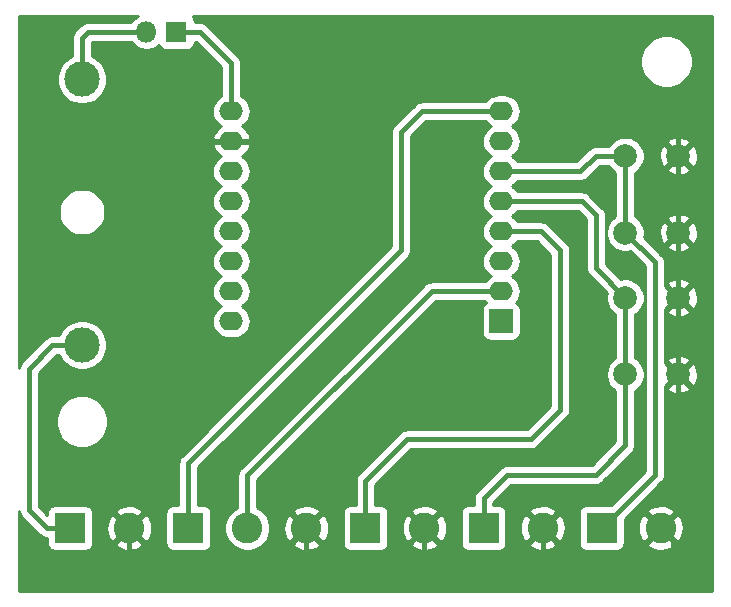
<source format=gbl>
G04 #@! TF.GenerationSoftware,KiCad,Pcbnew,(5.1.9)-1*
G04 #@! TF.CreationDate,2023-02-11T17:38:37+01:00*
G04 #@! TF.ProjectId,opticalshow_0,6f707469-6361-46c7-9368-6f775f302e6b,rev?*
G04 #@! TF.SameCoordinates,Original*
G04 #@! TF.FileFunction,Copper,L2,Bot*
G04 #@! TF.FilePolarity,Positive*
%FSLAX46Y46*%
G04 Gerber Fmt 4.6, Leading zero omitted, Abs format (unit mm)*
G04 Created by KiCad (PCBNEW (5.1.9)-1) date 2023-02-11 17:38:37*
%MOMM*%
%LPD*%
G01*
G04 APERTURE LIST*
G04 #@! TA.AperFunction,ComponentPad*
%ADD10C,2.600000*%
G04 #@! TD*
G04 #@! TA.AperFunction,ComponentPad*
%ADD11R,2.600000X2.600000*%
G04 #@! TD*
G04 #@! TA.AperFunction,ComponentPad*
%ADD12C,3.000000*%
G04 #@! TD*
G04 #@! TA.AperFunction,ComponentPad*
%ADD13O,2.000000X1.600000*%
G04 #@! TD*
G04 #@! TA.AperFunction,ComponentPad*
%ADD14R,2.000000X2.000000*%
G04 #@! TD*
G04 #@! TA.AperFunction,ComponentPad*
%ADD15C,2.000000*%
G04 #@! TD*
G04 #@! TA.AperFunction,ComponentPad*
%ADD16O,1.800000X1.800000*%
G04 #@! TD*
G04 #@! TA.AperFunction,ComponentPad*
%ADD17R,1.800000X1.800000*%
G04 #@! TD*
G04 #@! TA.AperFunction,Conductor*
%ADD18C,0.406400*%
G04 #@! TD*
G04 #@! TA.AperFunction,Conductor*
%ADD19C,0.254000*%
G04 #@! TD*
G04 #@! TA.AperFunction,Conductor*
%ADD20C,0.150000*%
G04 #@! TD*
G04 APERTURE END LIST*
D10*
X156500000Y-115000000D03*
D11*
X151500000Y-115000000D03*
D12*
X127500000Y-99500000D03*
X127500000Y-77000000D03*
D13*
X140140000Y-97500000D03*
X140140000Y-94960000D03*
X140140000Y-92420000D03*
X140140000Y-89880000D03*
X140140000Y-87340000D03*
X140140000Y-84800000D03*
X140140000Y-82260000D03*
X140140000Y-79720000D03*
X163000000Y-79720000D03*
X163000000Y-82260000D03*
X163000000Y-84800000D03*
X163000000Y-87340000D03*
X163000000Y-89880000D03*
X163000000Y-92420000D03*
D14*
X163000000Y-97500000D03*
D13*
X163000000Y-94960000D03*
D15*
X173500000Y-95500000D03*
X178000000Y-95500000D03*
X173500000Y-102000000D03*
X178000000Y-102000000D03*
D10*
X176500000Y-115000000D03*
D11*
X171500000Y-115000000D03*
D10*
X166500000Y-115000000D03*
D11*
X161500000Y-115000000D03*
D10*
X146500000Y-115000000D03*
X141500000Y-115000000D03*
D11*
X136500000Y-115000000D03*
D10*
X131500000Y-115000000D03*
D11*
X126500000Y-115000000D03*
D15*
X173500000Y-83500000D03*
X178000000Y-83500000D03*
X173500000Y-90000000D03*
X178000000Y-90000000D03*
D16*
X132960000Y-73000000D03*
D17*
X135500000Y-73000000D03*
D18*
X127500000Y-77000000D02*
X127500000Y-73500000D01*
X128000000Y-73000000D02*
X132960000Y-73000000D01*
X127500000Y-73500000D02*
X128000000Y-73000000D01*
X135500000Y-73000000D02*
X137500000Y-73000000D01*
X140140000Y-75640000D02*
X140140000Y-79720000D01*
X137500000Y-73000000D02*
X140140000Y-75640000D01*
X146500000Y-119000000D02*
X148500000Y-119000000D01*
X178000000Y-83500000D02*
X178000000Y-102000000D01*
X178000000Y-113500000D02*
X176500000Y-115000000D01*
X178000000Y-102000000D02*
X178000000Y-113500000D01*
X177500000Y-119000000D02*
X168500000Y-119000000D01*
X177500000Y-116000000D02*
X177500000Y-119000000D01*
X176500000Y-115000000D02*
X177500000Y-116000000D01*
X166500000Y-117500000D02*
X168000000Y-119000000D01*
X166500000Y-115000000D02*
X166500000Y-117500000D01*
X168000000Y-119000000D02*
X158500000Y-119000000D01*
X168500000Y-119000000D02*
X168000000Y-119000000D01*
X146500000Y-118000000D02*
X147500000Y-119000000D01*
X146500000Y-115000000D02*
X146500000Y-118000000D01*
X147500000Y-119000000D02*
X134000000Y-119000000D01*
X148500000Y-119000000D02*
X147500000Y-119000000D01*
X131500000Y-115000000D02*
X131500000Y-118000000D01*
X132500000Y-119000000D02*
X134000000Y-119000000D01*
X131500000Y-118000000D02*
X132500000Y-119000000D01*
X156500000Y-118000000D02*
X157500000Y-119000000D01*
X156500000Y-115000000D02*
X156500000Y-118000000D01*
X157500000Y-119000000D02*
X148500000Y-119000000D01*
X158500000Y-119000000D02*
X157500000Y-119000000D01*
X145240000Y-82260000D02*
X140140000Y-82260000D01*
X173500000Y-80000000D02*
X170500000Y-77000000D01*
X177500000Y-80000000D02*
X173500000Y-80000000D01*
X170500000Y-77000000D02*
X150500000Y-77000000D01*
X178000000Y-80500000D02*
X177500000Y-80000000D01*
X150500000Y-77000000D02*
X145240000Y-82260000D01*
X178000000Y-83500000D02*
X178000000Y-80500000D01*
X136500000Y-109500000D02*
X136500000Y-115000000D01*
X154500000Y-91500000D02*
X136500000Y-109500000D01*
X154500000Y-81500000D02*
X154500000Y-91500000D01*
X156280000Y-79720000D02*
X154500000Y-81500000D01*
X163000000Y-79720000D02*
X156280000Y-79720000D01*
X124500000Y-115000000D02*
X126500000Y-115000000D01*
X123000000Y-113500000D02*
X124500000Y-115000000D01*
X123000000Y-101500000D02*
X123000000Y-113500000D01*
X125000000Y-99500000D02*
X123000000Y-101500000D01*
X127500000Y-99500000D02*
X125000000Y-99500000D01*
X141500000Y-110553600D02*
X141500000Y-115000000D01*
X157093600Y-94960000D02*
X141500000Y-110553600D01*
X163000000Y-94960000D02*
X157093600Y-94960000D01*
X173500000Y-102000000D02*
X173500000Y-95500000D01*
X169840000Y-87340000D02*
X171000000Y-88500000D01*
X171000000Y-93000000D02*
X173500000Y-95500000D01*
X171000000Y-88500000D02*
X171000000Y-93000000D01*
X163500000Y-110500000D02*
X171000000Y-110500000D01*
X173500000Y-108000000D02*
X173500000Y-102000000D01*
X171000000Y-110500000D02*
X173500000Y-108000000D01*
X163500000Y-110500000D02*
X161500000Y-112500000D01*
X161500000Y-112500000D02*
X161500000Y-115000000D01*
X169840000Y-87340000D02*
X163000000Y-87340000D01*
X173500000Y-90000000D02*
X173500000Y-83500000D01*
X173500000Y-83500000D02*
X171000000Y-83500000D01*
X171000000Y-83500000D02*
X169700000Y-84800000D01*
X176000000Y-92500000D02*
X173500000Y-90000000D01*
X176000000Y-110500000D02*
X176000000Y-92500000D01*
X176000000Y-110500000D02*
X171500000Y-115000000D01*
X169700000Y-84800000D02*
X163000000Y-84800000D01*
X151500000Y-115000000D02*
X151500000Y-111000000D01*
X151500000Y-111000000D02*
X155000000Y-107500000D01*
X155000000Y-107500000D02*
X165500000Y-107500000D01*
X165500000Y-107500000D02*
X168000000Y-105000000D01*
X168000000Y-105000000D02*
X168000000Y-91500000D01*
X166380000Y-89880000D02*
X163000000Y-89880000D01*
X168000000Y-91500000D02*
X166380000Y-89880000D01*
D19*
X131981495Y-71807688D02*
X131767688Y-72021495D01*
X131673939Y-72161800D01*
X128041163Y-72161800D01*
X128000000Y-72157746D01*
X127958837Y-72161800D01*
X127958830Y-72161800D01*
X127835684Y-72173929D01*
X127677683Y-72221858D01*
X127532068Y-72299691D01*
X127404436Y-72404436D01*
X127378189Y-72436418D01*
X126936413Y-72878194D01*
X126904437Y-72904436D01*
X126878195Y-72936412D01*
X126878192Y-72936415D01*
X126799691Y-73032069D01*
X126721858Y-73177684D01*
X126673929Y-73335685D01*
X126657746Y-73500000D01*
X126661801Y-73541172D01*
X126661801Y-75036287D01*
X126488698Y-75107988D01*
X126139017Y-75341637D01*
X125841637Y-75639017D01*
X125607988Y-75988698D01*
X125447047Y-76377244D01*
X125365000Y-76789721D01*
X125365000Y-77210279D01*
X125447047Y-77622756D01*
X125607988Y-78011302D01*
X125841637Y-78360983D01*
X126139017Y-78658363D01*
X126488698Y-78892012D01*
X126877244Y-79052953D01*
X127289721Y-79135000D01*
X127710279Y-79135000D01*
X128122756Y-79052953D01*
X128511302Y-78892012D01*
X128860983Y-78658363D01*
X129158363Y-78360983D01*
X129392012Y-78011302D01*
X129552953Y-77622756D01*
X129635000Y-77210279D01*
X129635000Y-76789721D01*
X129552953Y-76377244D01*
X129392012Y-75988698D01*
X129158363Y-75639017D01*
X128860983Y-75341637D01*
X128511302Y-75107988D01*
X128338200Y-75036287D01*
X128338200Y-73847193D01*
X128347193Y-73838200D01*
X131673939Y-73838200D01*
X131767688Y-73978505D01*
X131981495Y-74192312D01*
X132232905Y-74360299D01*
X132512257Y-74476011D01*
X132808816Y-74535000D01*
X133111184Y-74535000D01*
X133407743Y-74476011D01*
X133687095Y-74360299D01*
X133938505Y-74192312D01*
X134004944Y-74125873D01*
X134010498Y-74144180D01*
X134069463Y-74254494D01*
X134148815Y-74351185D01*
X134245506Y-74430537D01*
X134355820Y-74489502D01*
X134475518Y-74525812D01*
X134600000Y-74538072D01*
X136400000Y-74538072D01*
X136524482Y-74525812D01*
X136644180Y-74489502D01*
X136754494Y-74430537D01*
X136851185Y-74351185D01*
X136930537Y-74254494D01*
X136989502Y-74144180D01*
X137025812Y-74024482D01*
X137038072Y-73900000D01*
X137038072Y-73838200D01*
X137152807Y-73838200D01*
X139301800Y-75987194D01*
X139301801Y-78433995D01*
X139138899Y-78521068D01*
X138920392Y-78700392D01*
X138741068Y-78918899D01*
X138607818Y-79168192D01*
X138525764Y-79438691D01*
X138498057Y-79720000D01*
X138525764Y-80001309D01*
X138607818Y-80271808D01*
X138741068Y-80521101D01*
X138920392Y-80739608D01*
X139138899Y-80918932D01*
X139268345Y-80988122D01*
X139250773Y-80995570D01*
X139017338Y-81154327D01*
X138819361Y-81355575D01*
X138664449Y-81591579D01*
X138558556Y-81853270D01*
X138548096Y-81910961D01*
X138670085Y-82133000D01*
X140013000Y-82133000D01*
X140013000Y-82113000D01*
X140267000Y-82113000D01*
X140267000Y-82133000D01*
X141609915Y-82133000D01*
X141731904Y-81910961D01*
X141721444Y-81853270D01*
X141615551Y-81591579D01*
X141460639Y-81355575D01*
X141262662Y-81154327D01*
X141029227Y-80995570D01*
X141011655Y-80988122D01*
X141141101Y-80918932D01*
X141359608Y-80739608D01*
X141538932Y-80521101D01*
X141672182Y-80271808D01*
X141754236Y-80001309D01*
X141781943Y-79720000D01*
X141754236Y-79438691D01*
X141672182Y-79168192D01*
X141538932Y-78918899D01*
X141359608Y-78700392D01*
X141141101Y-78521068D01*
X140978200Y-78433996D01*
X140978200Y-75681163D01*
X140982254Y-75640000D01*
X140978200Y-75598837D01*
X140978200Y-75598830D01*
X140966071Y-75475684D01*
X140918142Y-75317683D01*
X140897932Y-75279872D01*
X174765000Y-75279872D01*
X174765000Y-75720128D01*
X174850890Y-76151925D01*
X175019369Y-76558669D01*
X175263962Y-76924729D01*
X175575271Y-77236038D01*
X175941331Y-77480631D01*
X176348075Y-77649110D01*
X176779872Y-77735000D01*
X177220128Y-77735000D01*
X177651925Y-77649110D01*
X178058669Y-77480631D01*
X178424729Y-77236038D01*
X178736038Y-76924729D01*
X178980631Y-76558669D01*
X179149110Y-76151925D01*
X179235000Y-75720128D01*
X179235000Y-75279872D01*
X179149110Y-74848075D01*
X178980631Y-74441331D01*
X178736038Y-74075271D01*
X178424729Y-73763962D01*
X178058669Y-73519369D01*
X177651925Y-73350890D01*
X177220128Y-73265000D01*
X176779872Y-73265000D01*
X176348075Y-73350890D01*
X175941331Y-73519369D01*
X175575271Y-73763962D01*
X175263962Y-74075271D01*
X175019369Y-74441331D01*
X174850890Y-74848075D01*
X174765000Y-75279872D01*
X140897932Y-75279872D01*
X140840309Y-75172068D01*
X140735564Y-75044436D01*
X140703589Y-75018195D01*
X138121811Y-72436418D01*
X138095564Y-72404436D01*
X137967932Y-72299691D01*
X137822317Y-72221858D01*
X137664316Y-72173929D01*
X137541170Y-72161800D01*
X137541163Y-72161800D01*
X137500000Y-72157746D01*
X137458837Y-72161800D01*
X137038072Y-72161800D01*
X137038072Y-72100000D01*
X137025812Y-71975518D01*
X136989502Y-71855820D01*
X136930537Y-71745506D01*
X136860364Y-71660000D01*
X180840000Y-71660000D01*
X180840001Y-120340000D01*
X122160000Y-120340000D01*
X122160000Y-113522886D01*
X122173929Y-113664315D01*
X122221858Y-113822316D01*
X122299691Y-113967931D01*
X122299692Y-113967932D01*
X122404437Y-114095564D01*
X122436413Y-114121806D01*
X123878194Y-115563587D01*
X123904436Y-115595564D01*
X124032068Y-115700309D01*
X124177683Y-115778142D01*
X124335684Y-115826071D01*
X124458830Y-115838200D01*
X124458839Y-115838200D01*
X124499999Y-115842254D01*
X124541159Y-115838200D01*
X124561928Y-115838200D01*
X124561928Y-116300000D01*
X124574188Y-116424482D01*
X124610498Y-116544180D01*
X124669463Y-116654494D01*
X124748815Y-116751185D01*
X124845506Y-116830537D01*
X124955820Y-116889502D01*
X125075518Y-116925812D01*
X125200000Y-116938072D01*
X127800000Y-116938072D01*
X127924482Y-116925812D01*
X128044180Y-116889502D01*
X128154494Y-116830537D01*
X128251185Y-116751185D01*
X128330537Y-116654494D01*
X128389502Y-116544180D01*
X128425812Y-116424482D01*
X128433224Y-116349224D01*
X130330381Y-116349224D01*
X130462317Y-116644312D01*
X130803045Y-116815159D01*
X131170557Y-116916250D01*
X131550729Y-116943701D01*
X131928951Y-116896457D01*
X132290690Y-116776333D01*
X132537683Y-116644312D01*
X132669619Y-116349224D01*
X131500000Y-115179605D01*
X130330381Y-116349224D01*
X128433224Y-116349224D01*
X128438072Y-116300000D01*
X128438072Y-115050729D01*
X129556299Y-115050729D01*
X129603543Y-115428951D01*
X129723667Y-115790690D01*
X129855688Y-116037683D01*
X130150776Y-116169619D01*
X131320395Y-115000000D01*
X131679605Y-115000000D01*
X132849224Y-116169619D01*
X133144312Y-116037683D01*
X133315159Y-115696955D01*
X133416250Y-115329443D01*
X133443701Y-114949271D01*
X133396457Y-114571049D01*
X133276333Y-114209310D01*
X133144312Y-113962317D01*
X132849224Y-113830381D01*
X131679605Y-115000000D01*
X131320395Y-115000000D01*
X130150776Y-113830381D01*
X129855688Y-113962317D01*
X129684841Y-114303045D01*
X129583750Y-114670557D01*
X129556299Y-115050729D01*
X128438072Y-115050729D01*
X128438072Y-113700000D01*
X128433225Y-113650776D01*
X130330381Y-113650776D01*
X131500000Y-114820395D01*
X132620395Y-113700000D01*
X134561928Y-113700000D01*
X134561928Y-116300000D01*
X134574188Y-116424482D01*
X134610498Y-116544180D01*
X134669463Y-116654494D01*
X134748815Y-116751185D01*
X134845506Y-116830537D01*
X134955820Y-116889502D01*
X135075518Y-116925812D01*
X135200000Y-116938072D01*
X137800000Y-116938072D01*
X137924482Y-116925812D01*
X138044180Y-116889502D01*
X138154494Y-116830537D01*
X138251185Y-116751185D01*
X138330537Y-116654494D01*
X138389502Y-116544180D01*
X138425812Y-116424482D01*
X138438072Y-116300000D01*
X138438072Y-113700000D01*
X138425812Y-113575518D01*
X138389502Y-113455820D01*
X138330537Y-113345506D01*
X138251185Y-113248815D01*
X138154494Y-113169463D01*
X138044180Y-113110498D01*
X137924482Y-113074188D01*
X137800000Y-113061928D01*
X137338200Y-113061928D01*
X137338200Y-109847193D01*
X155063588Y-92121806D01*
X155095564Y-92095564D01*
X155200309Y-91967932D01*
X155278142Y-91822317D01*
X155326071Y-91664316D01*
X155338200Y-91541170D01*
X155338200Y-91541164D01*
X155342254Y-91500001D01*
X155338200Y-91458838D01*
X155338200Y-81847193D01*
X156627194Y-80558200D01*
X161631514Y-80558200D01*
X161780392Y-80739608D01*
X161998899Y-80918932D01*
X162131858Y-80990000D01*
X161998899Y-81061068D01*
X161780392Y-81240392D01*
X161601068Y-81458899D01*
X161467818Y-81708192D01*
X161385764Y-81978691D01*
X161358057Y-82260000D01*
X161385764Y-82541309D01*
X161467818Y-82811808D01*
X161601068Y-83061101D01*
X161780392Y-83279608D01*
X161998899Y-83458932D01*
X162131858Y-83530000D01*
X161998899Y-83601068D01*
X161780392Y-83780392D01*
X161601068Y-83998899D01*
X161467818Y-84248192D01*
X161385764Y-84518691D01*
X161358057Y-84800000D01*
X161385764Y-85081309D01*
X161467818Y-85351808D01*
X161601068Y-85601101D01*
X161780392Y-85819608D01*
X161998899Y-85998932D01*
X162131858Y-86070000D01*
X161998899Y-86141068D01*
X161780392Y-86320392D01*
X161601068Y-86538899D01*
X161467818Y-86788192D01*
X161385764Y-87058691D01*
X161358057Y-87340000D01*
X161385764Y-87621309D01*
X161467818Y-87891808D01*
X161601068Y-88141101D01*
X161780392Y-88359608D01*
X161998899Y-88538932D01*
X162131858Y-88610000D01*
X161998899Y-88681068D01*
X161780392Y-88860392D01*
X161601068Y-89078899D01*
X161467818Y-89328192D01*
X161385764Y-89598691D01*
X161358057Y-89880000D01*
X161385764Y-90161309D01*
X161467818Y-90431808D01*
X161601068Y-90681101D01*
X161780392Y-90899608D01*
X161998899Y-91078932D01*
X162131858Y-91150000D01*
X161998899Y-91221068D01*
X161780392Y-91400392D01*
X161601068Y-91618899D01*
X161467818Y-91868192D01*
X161385764Y-92138691D01*
X161358057Y-92420000D01*
X161385764Y-92701309D01*
X161467818Y-92971808D01*
X161601068Y-93221101D01*
X161780392Y-93439608D01*
X161998899Y-93618932D01*
X162131858Y-93690000D01*
X161998899Y-93761068D01*
X161780392Y-93940392D01*
X161631514Y-94121800D01*
X157134763Y-94121800D01*
X157093600Y-94117746D01*
X157052437Y-94121800D01*
X157052430Y-94121800D01*
X156929284Y-94133929D01*
X156771283Y-94181858D01*
X156625668Y-94259691D01*
X156498036Y-94364436D01*
X156471794Y-94396412D01*
X140936418Y-109931789D01*
X140904436Y-109958036D01*
X140799691Y-110085669D01*
X140721858Y-110231284D01*
X140673929Y-110389285D01*
X140661800Y-110512431D01*
X140661800Y-110512437D01*
X140657746Y-110553600D01*
X140661800Y-110594763D01*
X140661801Y-113252765D01*
X140583434Y-113285225D01*
X140266509Y-113496987D01*
X139996987Y-113766509D01*
X139785225Y-114083434D01*
X139639361Y-114435581D01*
X139565000Y-114809419D01*
X139565000Y-115190581D01*
X139639361Y-115564419D01*
X139785225Y-115916566D01*
X139996987Y-116233491D01*
X140266509Y-116503013D01*
X140583434Y-116714775D01*
X140935581Y-116860639D01*
X141309419Y-116935000D01*
X141690581Y-116935000D01*
X142064419Y-116860639D01*
X142416566Y-116714775D01*
X142733491Y-116503013D01*
X142887280Y-116349224D01*
X145330381Y-116349224D01*
X145462317Y-116644312D01*
X145803045Y-116815159D01*
X146170557Y-116916250D01*
X146550729Y-116943701D01*
X146928951Y-116896457D01*
X147290690Y-116776333D01*
X147537683Y-116644312D01*
X147669619Y-116349224D01*
X146500000Y-115179605D01*
X145330381Y-116349224D01*
X142887280Y-116349224D01*
X143003013Y-116233491D01*
X143214775Y-115916566D01*
X143360639Y-115564419D01*
X143435000Y-115190581D01*
X143435000Y-115050729D01*
X144556299Y-115050729D01*
X144603543Y-115428951D01*
X144723667Y-115790690D01*
X144855688Y-116037683D01*
X145150776Y-116169619D01*
X146320395Y-115000000D01*
X146679605Y-115000000D01*
X147849224Y-116169619D01*
X148144312Y-116037683D01*
X148315159Y-115696955D01*
X148416250Y-115329443D01*
X148443701Y-114949271D01*
X148396457Y-114571049D01*
X148276333Y-114209310D01*
X148144312Y-113962317D01*
X147849224Y-113830381D01*
X146679605Y-115000000D01*
X146320395Y-115000000D01*
X145150776Y-113830381D01*
X144855688Y-113962317D01*
X144684841Y-114303045D01*
X144583750Y-114670557D01*
X144556299Y-115050729D01*
X143435000Y-115050729D01*
X143435000Y-114809419D01*
X143360639Y-114435581D01*
X143214775Y-114083434D01*
X143003013Y-113766509D01*
X142887280Y-113650776D01*
X145330381Y-113650776D01*
X146500000Y-114820395D01*
X147669619Y-113650776D01*
X147537683Y-113355688D01*
X147196955Y-113184841D01*
X146829443Y-113083750D01*
X146449271Y-113056299D01*
X146071049Y-113103543D01*
X145709310Y-113223667D01*
X145462317Y-113355688D01*
X145330381Y-113650776D01*
X142887280Y-113650776D01*
X142733491Y-113496987D01*
X142416566Y-113285225D01*
X142338200Y-113252765D01*
X142338200Y-110900793D01*
X157440794Y-95798200D01*
X161631514Y-95798200D01*
X161733476Y-95922441D01*
X161645506Y-95969463D01*
X161548815Y-96048815D01*
X161469463Y-96145506D01*
X161410498Y-96255820D01*
X161374188Y-96375518D01*
X161361928Y-96500000D01*
X161361928Y-98500000D01*
X161374188Y-98624482D01*
X161410498Y-98744180D01*
X161469463Y-98854494D01*
X161548815Y-98951185D01*
X161645506Y-99030537D01*
X161755820Y-99089502D01*
X161875518Y-99125812D01*
X162000000Y-99138072D01*
X164000000Y-99138072D01*
X164124482Y-99125812D01*
X164244180Y-99089502D01*
X164354494Y-99030537D01*
X164451185Y-98951185D01*
X164530537Y-98854494D01*
X164589502Y-98744180D01*
X164625812Y-98624482D01*
X164638072Y-98500000D01*
X164638072Y-96500000D01*
X164625812Y-96375518D01*
X164589502Y-96255820D01*
X164530537Y-96145506D01*
X164451185Y-96048815D01*
X164354494Y-95969463D01*
X164266524Y-95922441D01*
X164398932Y-95761101D01*
X164532182Y-95511808D01*
X164614236Y-95241309D01*
X164641943Y-94960000D01*
X164614236Y-94678691D01*
X164532182Y-94408192D01*
X164398932Y-94158899D01*
X164219608Y-93940392D01*
X164001101Y-93761068D01*
X163868142Y-93690000D01*
X164001101Y-93618932D01*
X164219608Y-93439608D01*
X164398932Y-93221101D01*
X164532182Y-92971808D01*
X164614236Y-92701309D01*
X164641943Y-92420000D01*
X164614236Y-92138691D01*
X164532182Y-91868192D01*
X164398932Y-91618899D01*
X164219608Y-91400392D01*
X164001101Y-91221068D01*
X163868142Y-91150000D01*
X164001101Y-91078932D01*
X164219608Y-90899608D01*
X164368486Y-90718200D01*
X166032807Y-90718200D01*
X167161801Y-91847195D01*
X167161800Y-104652806D01*
X165152807Y-106661800D01*
X155041159Y-106661800D01*
X154999999Y-106657746D01*
X154958839Y-106661800D01*
X154958830Y-106661800D01*
X154835684Y-106673929D01*
X154677683Y-106721858D01*
X154532068Y-106799691D01*
X154404436Y-106904436D01*
X154378194Y-106936412D01*
X150936413Y-110378194D01*
X150904437Y-110404436D01*
X150878195Y-110436412D01*
X150878192Y-110436415D01*
X150799691Y-110532069D01*
X150721858Y-110677684D01*
X150673929Y-110835685D01*
X150657746Y-111000000D01*
X150661801Y-111041172D01*
X150661800Y-113061928D01*
X150200000Y-113061928D01*
X150075518Y-113074188D01*
X149955820Y-113110498D01*
X149845506Y-113169463D01*
X149748815Y-113248815D01*
X149669463Y-113345506D01*
X149610498Y-113455820D01*
X149574188Y-113575518D01*
X149561928Y-113700000D01*
X149561928Y-116300000D01*
X149574188Y-116424482D01*
X149610498Y-116544180D01*
X149669463Y-116654494D01*
X149748815Y-116751185D01*
X149845506Y-116830537D01*
X149955820Y-116889502D01*
X150075518Y-116925812D01*
X150200000Y-116938072D01*
X152800000Y-116938072D01*
X152924482Y-116925812D01*
X153044180Y-116889502D01*
X153154494Y-116830537D01*
X153251185Y-116751185D01*
X153330537Y-116654494D01*
X153389502Y-116544180D01*
X153425812Y-116424482D01*
X153433224Y-116349224D01*
X155330381Y-116349224D01*
X155462317Y-116644312D01*
X155803045Y-116815159D01*
X156170557Y-116916250D01*
X156550729Y-116943701D01*
X156928951Y-116896457D01*
X157290690Y-116776333D01*
X157537683Y-116644312D01*
X157669619Y-116349224D01*
X156500000Y-115179605D01*
X155330381Y-116349224D01*
X153433224Y-116349224D01*
X153438072Y-116300000D01*
X153438072Y-115050729D01*
X154556299Y-115050729D01*
X154603543Y-115428951D01*
X154723667Y-115790690D01*
X154855688Y-116037683D01*
X155150776Y-116169619D01*
X156320395Y-115000000D01*
X156679605Y-115000000D01*
X157849224Y-116169619D01*
X158144312Y-116037683D01*
X158315159Y-115696955D01*
X158416250Y-115329443D01*
X158443701Y-114949271D01*
X158396457Y-114571049D01*
X158276333Y-114209310D01*
X158144312Y-113962317D01*
X157849224Y-113830381D01*
X156679605Y-115000000D01*
X156320395Y-115000000D01*
X155150776Y-113830381D01*
X154855688Y-113962317D01*
X154684841Y-114303045D01*
X154583750Y-114670557D01*
X154556299Y-115050729D01*
X153438072Y-115050729D01*
X153438072Y-113700000D01*
X153433225Y-113650776D01*
X155330381Y-113650776D01*
X156500000Y-114820395D01*
X157669619Y-113650776D01*
X157537683Y-113355688D01*
X157196955Y-113184841D01*
X156829443Y-113083750D01*
X156449271Y-113056299D01*
X156071049Y-113103543D01*
X155709310Y-113223667D01*
X155462317Y-113355688D01*
X155330381Y-113650776D01*
X153433225Y-113650776D01*
X153425812Y-113575518D01*
X153389502Y-113455820D01*
X153330537Y-113345506D01*
X153251185Y-113248815D01*
X153154494Y-113169463D01*
X153044180Y-113110498D01*
X152924482Y-113074188D01*
X152800000Y-113061928D01*
X152338200Y-113061928D01*
X152338200Y-111347193D01*
X155347194Y-108338200D01*
X165458837Y-108338200D01*
X165500000Y-108342254D01*
X165541163Y-108338200D01*
X165541170Y-108338200D01*
X165664316Y-108326071D01*
X165822317Y-108278142D01*
X165967932Y-108200309D01*
X166095564Y-108095564D01*
X166121811Y-108063582D01*
X168563589Y-105621805D01*
X168595564Y-105595564D01*
X168700309Y-105467932D01*
X168778142Y-105322317D01*
X168826071Y-105164316D01*
X168838200Y-105041170D01*
X168838200Y-105041163D01*
X168842254Y-105000000D01*
X168838200Y-104958837D01*
X168838200Y-91541163D01*
X168842254Y-91500000D01*
X168838200Y-91458837D01*
X168838200Y-91458830D01*
X168826071Y-91335684D01*
X168778142Y-91177683D01*
X168700309Y-91032068D01*
X168595564Y-90904436D01*
X168563586Y-90878192D01*
X167001811Y-89316418D01*
X166975564Y-89284436D01*
X166847932Y-89179691D01*
X166702317Y-89101858D01*
X166544316Y-89053929D01*
X166421170Y-89041800D01*
X166421163Y-89041800D01*
X166380000Y-89037746D01*
X166338837Y-89041800D01*
X164368486Y-89041800D01*
X164219608Y-88860392D01*
X164001101Y-88681068D01*
X163868142Y-88610000D01*
X164001101Y-88538932D01*
X164219608Y-88359608D01*
X164368486Y-88178200D01*
X169492807Y-88178200D01*
X170161800Y-88847194D01*
X170161801Y-92958828D01*
X170157746Y-93000000D01*
X170173929Y-93164315D01*
X170221858Y-93322316D01*
X170299691Y-93467931D01*
X170346527Y-93525000D01*
X170404437Y-93595564D01*
X170436413Y-93621806D01*
X171912877Y-95098271D01*
X171865000Y-95338967D01*
X171865000Y-95661033D01*
X171927832Y-95976912D01*
X172051082Y-96274463D01*
X172230013Y-96542252D01*
X172457748Y-96769987D01*
X172661801Y-96906331D01*
X172661800Y-100593670D01*
X172457748Y-100730013D01*
X172230013Y-100957748D01*
X172051082Y-101225537D01*
X171927832Y-101523088D01*
X171865000Y-101838967D01*
X171865000Y-102161033D01*
X171927832Y-102476912D01*
X172051082Y-102774463D01*
X172230013Y-103042252D01*
X172457748Y-103269987D01*
X172661801Y-103406331D01*
X172661800Y-107652806D01*
X170652807Y-109661800D01*
X163541162Y-109661800D01*
X163499999Y-109657746D01*
X163458836Y-109661800D01*
X163458830Y-109661800D01*
X163335684Y-109673929D01*
X163177683Y-109721858D01*
X163032068Y-109799691D01*
X162904436Y-109904436D01*
X162878194Y-109936412D01*
X160936418Y-111878189D01*
X160904436Y-111904436D01*
X160799691Y-112032069D01*
X160721858Y-112177684D01*
X160673929Y-112335685D01*
X160661800Y-112458831D01*
X160661800Y-112458837D01*
X160657746Y-112500000D01*
X160661800Y-112541163D01*
X160661800Y-113061928D01*
X160200000Y-113061928D01*
X160075518Y-113074188D01*
X159955820Y-113110498D01*
X159845506Y-113169463D01*
X159748815Y-113248815D01*
X159669463Y-113345506D01*
X159610498Y-113455820D01*
X159574188Y-113575518D01*
X159561928Y-113700000D01*
X159561928Y-116300000D01*
X159574188Y-116424482D01*
X159610498Y-116544180D01*
X159669463Y-116654494D01*
X159748815Y-116751185D01*
X159845506Y-116830537D01*
X159955820Y-116889502D01*
X160075518Y-116925812D01*
X160200000Y-116938072D01*
X162800000Y-116938072D01*
X162924482Y-116925812D01*
X163044180Y-116889502D01*
X163154494Y-116830537D01*
X163251185Y-116751185D01*
X163330537Y-116654494D01*
X163389502Y-116544180D01*
X163425812Y-116424482D01*
X163433224Y-116349224D01*
X165330381Y-116349224D01*
X165462317Y-116644312D01*
X165803045Y-116815159D01*
X166170557Y-116916250D01*
X166550729Y-116943701D01*
X166928951Y-116896457D01*
X167290690Y-116776333D01*
X167537683Y-116644312D01*
X167669619Y-116349224D01*
X166500000Y-115179605D01*
X165330381Y-116349224D01*
X163433224Y-116349224D01*
X163438072Y-116300000D01*
X163438072Y-115050729D01*
X164556299Y-115050729D01*
X164603543Y-115428951D01*
X164723667Y-115790690D01*
X164855688Y-116037683D01*
X165150776Y-116169619D01*
X166320395Y-115000000D01*
X166679605Y-115000000D01*
X167849224Y-116169619D01*
X168144312Y-116037683D01*
X168315159Y-115696955D01*
X168416250Y-115329443D01*
X168443701Y-114949271D01*
X168396457Y-114571049D01*
X168276333Y-114209310D01*
X168144312Y-113962317D01*
X167849224Y-113830381D01*
X166679605Y-115000000D01*
X166320395Y-115000000D01*
X165150776Y-113830381D01*
X164855688Y-113962317D01*
X164684841Y-114303045D01*
X164583750Y-114670557D01*
X164556299Y-115050729D01*
X163438072Y-115050729D01*
X163438072Y-113700000D01*
X163433225Y-113650776D01*
X165330381Y-113650776D01*
X166500000Y-114820395D01*
X167669619Y-113650776D01*
X167537683Y-113355688D01*
X167196955Y-113184841D01*
X166829443Y-113083750D01*
X166449271Y-113056299D01*
X166071049Y-113103543D01*
X165709310Y-113223667D01*
X165462317Y-113355688D01*
X165330381Y-113650776D01*
X163433225Y-113650776D01*
X163425812Y-113575518D01*
X163389502Y-113455820D01*
X163330537Y-113345506D01*
X163251185Y-113248815D01*
X163154494Y-113169463D01*
X163044180Y-113110498D01*
X162924482Y-113074188D01*
X162800000Y-113061928D01*
X162338200Y-113061928D01*
X162338200Y-112847193D01*
X163847194Y-111338200D01*
X170958837Y-111338200D01*
X171000000Y-111342254D01*
X171041163Y-111338200D01*
X171041170Y-111338200D01*
X171164316Y-111326071D01*
X171322317Y-111278142D01*
X171467932Y-111200309D01*
X171595564Y-111095564D01*
X171621811Y-111063582D01*
X174063589Y-108621805D01*
X174095564Y-108595564D01*
X174200309Y-108467932D01*
X174278142Y-108322317D01*
X174326071Y-108164316D01*
X174338200Y-108041170D01*
X174338200Y-108041163D01*
X174342254Y-108000000D01*
X174338200Y-107958837D01*
X174338200Y-103406330D01*
X174542252Y-103269987D01*
X174769987Y-103042252D01*
X174948918Y-102774463D01*
X175072168Y-102476912D01*
X175135000Y-102161033D01*
X175135000Y-101838967D01*
X175072168Y-101523088D01*
X174948918Y-101225537D01*
X174769987Y-100957748D01*
X174542252Y-100730013D01*
X174338200Y-100593670D01*
X174338200Y-96906330D01*
X174542252Y-96769987D01*
X174769987Y-96542252D01*
X174948918Y-96274463D01*
X175072168Y-95976912D01*
X175135000Y-95661033D01*
X175135000Y-95338967D01*
X175072168Y-95023088D01*
X174948918Y-94725537D01*
X174769987Y-94457748D01*
X174542252Y-94230013D01*
X174274463Y-94051082D01*
X173976912Y-93927832D01*
X173661033Y-93865000D01*
X173338967Y-93865000D01*
X173098271Y-93912877D01*
X171838200Y-92652807D01*
X171838200Y-88541163D01*
X171842254Y-88500000D01*
X171838200Y-88458837D01*
X171838200Y-88458830D01*
X171826071Y-88335684D01*
X171778142Y-88177683D01*
X171700309Y-88032068D01*
X171595564Y-87904436D01*
X171563589Y-87878195D01*
X170461811Y-86776418D01*
X170435564Y-86744436D01*
X170307932Y-86639691D01*
X170162317Y-86561858D01*
X170004316Y-86513929D01*
X169881170Y-86501800D01*
X169881163Y-86501800D01*
X169840000Y-86497746D01*
X169798837Y-86501800D01*
X164368486Y-86501800D01*
X164219608Y-86320392D01*
X164001101Y-86141068D01*
X163868142Y-86070000D01*
X164001101Y-85998932D01*
X164219608Y-85819608D01*
X164368486Y-85638200D01*
X169658837Y-85638200D01*
X169700000Y-85642254D01*
X169741163Y-85638200D01*
X169741170Y-85638200D01*
X169864316Y-85626071D01*
X170022317Y-85578142D01*
X170167932Y-85500309D01*
X170295564Y-85395564D01*
X170321811Y-85363582D01*
X171347194Y-84338200D01*
X172093670Y-84338200D01*
X172230013Y-84542252D01*
X172457748Y-84769987D01*
X172661801Y-84906331D01*
X172661800Y-88593670D01*
X172457748Y-88730013D01*
X172230013Y-88957748D01*
X172051082Y-89225537D01*
X171927832Y-89523088D01*
X171865000Y-89838967D01*
X171865000Y-90161033D01*
X171927832Y-90476912D01*
X172051082Y-90774463D01*
X172230013Y-91042252D01*
X172457748Y-91269987D01*
X172725537Y-91448918D01*
X173023088Y-91572168D01*
X173338967Y-91635000D01*
X173661033Y-91635000D01*
X173901729Y-91587123D01*
X175161801Y-92847195D01*
X175161800Y-110152806D01*
X172252679Y-113061928D01*
X170200000Y-113061928D01*
X170075518Y-113074188D01*
X169955820Y-113110498D01*
X169845506Y-113169463D01*
X169748815Y-113248815D01*
X169669463Y-113345506D01*
X169610498Y-113455820D01*
X169574188Y-113575518D01*
X169561928Y-113700000D01*
X169561928Y-116300000D01*
X169574188Y-116424482D01*
X169610498Y-116544180D01*
X169669463Y-116654494D01*
X169748815Y-116751185D01*
X169845506Y-116830537D01*
X169955820Y-116889502D01*
X170075518Y-116925812D01*
X170200000Y-116938072D01*
X172800000Y-116938072D01*
X172924482Y-116925812D01*
X173044180Y-116889502D01*
X173154494Y-116830537D01*
X173251185Y-116751185D01*
X173330537Y-116654494D01*
X173389502Y-116544180D01*
X173425812Y-116424482D01*
X173433224Y-116349224D01*
X175330381Y-116349224D01*
X175462317Y-116644312D01*
X175803045Y-116815159D01*
X176170557Y-116916250D01*
X176550729Y-116943701D01*
X176928951Y-116896457D01*
X177290690Y-116776333D01*
X177537683Y-116644312D01*
X177669619Y-116349224D01*
X176500000Y-115179605D01*
X175330381Y-116349224D01*
X173433224Y-116349224D01*
X173438072Y-116300000D01*
X173438072Y-115050729D01*
X174556299Y-115050729D01*
X174603543Y-115428951D01*
X174723667Y-115790690D01*
X174855688Y-116037683D01*
X175150776Y-116169619D01*
X176320395Y-115000000D01*
X176679605Y-115000000D01*
X177849224Y-116169619D01*
X178144312Y-116037683D01*
X178315159Y-115696955D01*
X178416250Y-115329443D01*
X178443701Y-114949271D01*
X178396457Y-114571049D01*
X178276333Y-114209310D01*
X178144312Y-113962317D01*
X177849224Y-113830381D01*
X176679605Y-115000000D01*
X176320395Y-115000000D01*
X175150776Y-113830381D01*
X174855688Y-113962317D01*
X174684841Y-114303045D01*
X174583750Y-114670557D01*
X174556299Y-115050729D01*
X173438072Y-115050729D01*
X173438072Y-114247321D01*
X174034617Y-113650776D01*
X175330381Y-113650776D01*
X176500000Y-114820395D01*
X177669619Y-113650776D01*
X177537683Y-113355688D01*
X177196955Y-113184841D01*
X176829443Y-113083750D01*
X176449271Y-113056299D01*
X176071049Y-113103543D01*
X175709310Y-113223667D01*
X175462317Y-113355688D01*
X175330381Y-113650776D01*
X174034617Y-113650776D01*
X176563589Y-111121805D01*
X176595564Y-111095564D01*
X176656322Y-111021531D01*
X176700309Y-110967932D01*
X176705174Y-110958830D01*
X176778142Y-110822317D01*
X176826071Y-110664316D01*
X176838200Y-110541170D01*
X176838200Y-110541164D01*
X176842254Y-110500001D01*
X176838200Y-110458838D01*
X176838200Y-103135413D01*
X177044192Y-103135413D01*
X177139956Y-103399814D01*
X177429571Y-103540704D01*
X177741108Y-103622384D01*
X178062595Y-103641718D01*
X178381675Y-103597961D01*
X178686088Y-103492795D01*
X178860044Y-103399814D01*
X178955808Y-103135413D01*
X178000000Y-102179605D01*
X177044192Y-103135413D01*
X176838200Y-103135413D01*
X176838200Y-102946251D01*
X176864587Y-102955808D01*
X177820395Y-102000000D01*
X178179605Y-102000000D01*
X179135413Y-102955808D01*
X179399814Y-102860044D01*
X179540704Y-102570429D01*
X179622384Y-102258892D01*
X179641718Y-101937405D01*
X179597961Y-101618325D01*
X179492795Y-101313912D01*
X179399814Y-101139956D01*
X179135413Y-101044192D01*
X178179605Y-102000000D01*
X177820395Y-102000000D01*
X176864587Y-101044192D01*
X176838200Y-101053749D01*
X176838200Y-100864587D01*
X177044192Y-100864587D01*
X178000000Y-101820395D01*
X178955808Y-100864587D01*
X178860044Y-100600186D01*
X178570429Y-100459296D01*
X178258892Y-100377616D01*
X177937405Y-100358282D01*
X177618325Y-100402039D01*
X177313912Y-100507205D01*
X177139956Y-100600186D01*
X177044192Y-100864587D01*
X176838200Y-100864587D01*
X176838200Y-96635413D01*
X177044192Y-96635413D01*
X177139956Y-96899814D01*
X177429571Y-97040704D01*
X177741108Y-97122384D01*
X178062595Y-97141718D01*
X178381675Y-97097961D01*
X178686088Y-96992795D01*
X178860044Y-96899814D01*
X178955808Y-96635413D01*
X178000000Y-95679605D01*
X177044192Y-96635413D01*
X176838200Y-96635413D01*
X176838200Y-96446251D01*
X176864587Y-96455808D01*
X177820395Y-95500000D01*
X178179605Y-95500000D01*
X179135413Y-96455808D01*
X179399814Y-96360044D01*
X179540704Y-96070429D01*
X179622384Y-95758892D01*
X179641718Y-95437405D01*
X179597961Y-95118325D01*
X179492795Y-94813912D01*
X179399814Y-94639956D01*
X179135413Y-94544192D01*
X178179605Y-95500000D01*
X177820395Y-95500000D01*
X176864587Y-94544192D01*
X176838200Y-94553749D01*
X176838200Y-94364587D01*
X177044192Y-94364587D01*
X178000000Y-95320395D01*
X178955808Y-94364587D01*
X178860044Y-94100186D01*
X178570429Y-93959296D01*
X178258892Y-93877616D01*
X177937405Y-93858282D01*
X177618325Y-93902039D01*
X177313912Y-94007205D01*
X177139956Y-94100186D01*
X177044192Y-94364587D01*
X176838200Y-94364587D01*
X176838200Y-92541163D01*
X176842254Y-92500000D01*
X176838200Y-92458837D01*
X176838200Y-92458830D01*
X176826071Y-92335684D01*
X176778142Y-92177683D01*
X176700309Y-92032068D01*
X176595564Y-91904436D01*
X176563588Y-91878194D01*
X175820807Y-91135413D01*
X177044192Y-91135413D01*
X177139956Y-91399814D01*
X177429571Y-91540704D01*
X177741108Y-91622384D01*
X178062595Y-91641718D01*
X178381675Y-91597961D01*
X178686088Y-91492795D01*
X178860044Y-91399814D01*
X178955808Y-91135413D01*
X178000000Y-90179605D01*
X177044192Y-91135413D01*
X175820807Y-91135413D01*
X175087123Y-90401729D01*
X175135000Y-90161033D01*
X175135000Y-90062595D01*
X176358282Y-90062595D01*
X176402039Y-90381675D01*
X176507205Y-90686088D01*
X176600186Y-90860044D01*
X176864587Y-90955808D01*
X177820395Y-90000000D01*
X178179605Y-90000000D01*
X179135413Y-90955808D01*
X179399814Y-90860044D01*
X179540704Y-90570429D01*
X179622384Y-90258892D01*
X179641718Y-89937405D01*
X179597961Y-89618325D01*
X179492795Y-89313912D01*
X179399814Y-89139956D01*
X179135413Y-89044192D01*
X178179605Y-90000000D01*
X177820395Y-90000000D01*
X176864587Y-89044192D01*
X176600186Y-89139956D01*
X176459296Y-89429571D01*
X176377616Y-89741108D01*
X176358282Y-90062595D01*
X175135000Y-90062595D01*
X175135000Y-89838967D01*
X175072168Y-89523088D01*
X174948918Y-89225537D01*
X174769987Y-88957748D01*
X174676826Y-88864587D01*
X177044192Y-88864587D01*
X178000000Y-89820395D01*
X178955808Y-88864587D01*
X178860044Y-88600186D01*
X178570429Y-88459296D01*
X178258892Y-88377616D01*
X177937405Y-88358282D01*
X177618325Y-88402039D01*
X177313912Y-88507205D01*
X177139956Y-88600186D01*
X177044192Y-88864587D01*
X174676826Y-88864587D01*
X174542252Y-88730013D01*
X174338200Y-88593670D01*
X174338200Y-84906330D01*
X174542252Y-84769987D01*
X174676826Y-84635413D01*
X177044192Y-84635413D01*
X177139956Y-84899814D01*
X177429571Y-85040704D01*
X177741108Y-85122384D01*
X178062595Y-85141718D01*
X178381675Y-85097961D01*
X178686088Y-84992795D01*
X178860044Y-84899814D01*
X178955808Y-84635413D01*
X178000000Y-83679605D01*
X177044192Y-84635413D01*
X174676826Y-84635413D01*
X174769987Y-84542252D01*
X174948918Y-84274463D01*
X175072168Y-83976912D01*
X175135000Y-83661033D01*
X175135000Y-83562595D01*
X176358282Y-83562595D01*
X176402039Y-83881675D01*
X176507205Y-84186088D01*
X176600186Y-84360044D01*
X176864587Y-84455808D01*
X177820395Y-83500000D01*
X178179605Y-83500000D01*
X179135413Y-84455808D01*
X179399814Y-84360044D01*
X179540704Y-84070429D01*
X179622384Y-83758892D01*
X179641718Y-83437405D01*
X179597961Y-83118325D01*
X179492795Y-82813912D01*
X179399814Y-82639956D01*
X179135413Y-82544192D01*
X178179605Y-83500000D01*
X177820395Y-83500000D01*
X176864587Y-82544192D01*
X176600186Y-82639956D01*
X176459296Y-82929571D01*
X176377616Y-83241108D01*
X176358282Y-83562595D01*
X175135000Y-83562595D01*
X175135000Y-83338967D01*
X175072168Y-83023088D01*
X174948918Y-82725537D01*
X174769987Y-82457748D01*
X174676826Y-82364587D01*
X177044192Y-82364587D01*
X178000000Y-83320395D01*
X178955808Y-82364587D01*
X178860044Y-82100186D01*
X178570429Y-81959296D01*
X178258892Y-81877616D01*
X177937405Y-81858282D01*
X177618325Y-81902039D01*
X177313912Y-82007205D01*
X177139956Y-82100186D01*
X177044192Y-82364587D01*
X174676826Y-82364587D01*
X174542252Y-82230013D01*
X174274463Y-82051082D01*
X173976912Y-81927832D01*
X173661033Y-81865000D01*
X173338967Y-81865000D01*
X173023088Y-81927832D01*
X172725537Y-82051082D01*
X172457748Y-82230013D01*
X172230013Y-82457748D01*
X172093670Y-82661800D01*
X171041163Y-82661800D01*
X171000000Y-82657746D01*
X170958837Y-82661800D01*
X170958830Y-82661800D01*
X170835684Y-82673929D01*
X170677683Y-82721858D01*
X170532068Y-82799691D01*
X170404436Y-82904436D01*
X170378193Y-82936413D01*
X169352807Y-83961800D01*
X164368486Y-83961800D01*
X164219608Y-83780392D01*
X164001101Y-83601068D01*
X163868142Y-83530000D01*
X164001101Y-83458932D01*
X164219608Y-83279608D01*
X164398932Y-83061101D01*
X164532182Y-82811808D01*
X164614236Y-82541309D01*
X164641943Y-82260000D01*
X164614236Y-81978691D01*
X164532182Y-81708192D01*
X164398932Y-81458899D01*
X164219608Y-81240392D01*
X164001101Y-81061068D01*
X163868142Y-80990000D01*
X164001101Y-80918932D01*
X164219608Y-80739608D01*
X164398932Y-80521101D01*
X164532182Y-80271808D01*
X164614236Y-80001309D01*
X164641943Y-79720000D01*
X164614236Y-79438691D01*
X164532182Y-79168192D01*
X164398932Y-78918899D01*
X164219608Y-78700392D01*
X164001101Y-78521068D01*
X163751808Y-78387818D01*
X163481309Y-78305764D01*
X163270492Y-78285000D01*
X162729508Y-78285000D01*
X162518691Y-78305764D01*
X162248192Y-78387818D01*
X161998899Y-78521068D01*
X161780392Y-78700392D01*
X161631514Y-78881800D01*
X156321162Y-78881800D01*
X156279999Y-78877746D01*
X156238836Y-78881800D01*
X156238830Y-78881800D01*
X156115684Y-78893929D01*
X155957683Y-78941858D01*
X155812068Y-79019691D01*
X155684436Y-79124436D01*
X155658194Y-79156412D01*
X153936418Y-80878189D01*
X153904436Y-80904436D01*
X153799691Y-81032069D01*
X153721858Y-81177684D01*
X153673929Y-81335685D01*
X153661800Y-81458831D01*
X153661800Y-81458837D01*
X153657746Y-81500000D01*
X153661800Y-81541163D01*
X153661801Y-91152805D01*
X135936418Y-108878189D01*
X135904436Y-108904436D01*
X135799691Y-109032069D01*
X135721858Y-109177684D01*
X135673929Y-109335685D01*
X135661800Y-109458831D01*
X135661800Y-109458837D01*
X135657746Y-109500000D01*
X135661800Y-109541163D01*
X135661801Y-113061928D01*
X135200000Y-113061928D01*
X135075518Y-113074188D01*
X134955820Y-113110498D01*
X134845506Y-113169463D01*
X134748815Y-113248815D01*
X134669463Y-113345506D01*
X134610498Y-113455820D01*
X134574188Y-113575518D01*
X134561928Y-113700000D01*
X132620395Y-113700000D01*
X132669619Y-113650776D01*
X132537683Y-113355688D01*
X132196955Y-113184841D01*
X131829443Y-113083750D01*
X131449271Y-113056299D01*
X131071049Y-113103543D01*
X130709310Y-113223667D01*
X130462317Y-113355688D01*
X130330381Y-113650776D01*
X128433225Y-113650776D01*
X128425812Y-113575518D01*
X128389502Y-113455820D01*
X128330537Y-113345506D01*
X128251185Y-113248815D01*
X128154494Y-113169463D01*
X128044180Y-113110498D01*
X127924482Y-113074188D01*
X127800000Y-113061928D01*
X125200000Y-113061928D01*
X125075518Y-113074188D01*
X124955820Y-113110498D01*
X124845506Y-113169463D01*
X124748815Y-113248815D01*
X124669463Y-113345506D01*
X124610498Y-113455820D01*
X124574188Y-113575518D01*
X124561928Y-113700000D01*
X124561928Y-113876534D01*
X123838200Y-113152807D01*
X123838200Y-105779872D01*
X125265000Y-105779872D01*
X125265000Y-106220128D01*
X125350890Y-106651925D01*
X125519369Y-107058669D01*
X125763962Y-107424729D01*
X126075271Y-107736038D01*
X126441331Y-107980631D01*
X126848075Y-108149110D01*
X127279872Y-108235000D01*
X127720128Y-108235000D01*
X128151925Y-108149110D01*
X128558669Y-107980631D01*
X128924729Y-107736038D01*
X129236038Y-107424729D01*
X129480631Y-107058669D01*
X129649110Y-106651925D01*
X129735000Y-106220128D01*
X129735000Y-105779872D01*
X129649110Y-105348075D01*
X129480631Y-104941331D01*
X129236038Y-104575271D01*
X128924729Y-104263962D01*
X128558669Y-104019369D01*
X128151925Y-103850890D01*
X127720128Y-103765000D01*
X127279872Y-103765000D01*
X126848075Y-103850890D01*
X126441331Y-104019369D01*
X126075271Y-104263962D01*
X125763962Y-104575271D01*
X125519369Y-104941331D01*
X125350890Y-105348075D01*
X125265000Y-105779872D01*
X123838200Y-105779872D01*
X123838200Y-101847193D01*
X125347194Y-100338200D01*
X125536287Y-100338200D01*
X125607988Y-100511302D01*
X125841637Y-100860983D01*
X126139017Y-101158363D01*
X126488698Y-101392012D01*
X126877244Y-101552953D01*
X127289721Y-101635000D01*
X127710279Y-101635000D01*
X128122756Y-101552953D01*
X128511302Y-101392012D01*
X128860983Y-101158363D01*
X129158363Y-100860983D01*
X129392012Y-100511302D01*
X129552953Y-100122756D01*
X129635000Y-99710279D01*
X129635000Y-99289721D01*
X129552953Y-98877244D01*
X129392012Y-98488698D01*
X129158363Y-98139017D01*
X128860983Y-97841637D01*
X128511302Y-97607988D01*
X128122756Y-97447047D01*
X127710279Y-97365000D01*
X127289721Y-97365000D01*
X126877244Y-97447047D01*
X126488698Y-97607988D01*
X126139017Y-97841637D01*
X125841637Y-98139017D01*
X125607988Y-98488698D01*
X125536287Y-98661800D01*
X125041162Y-98661800D01*
X124999999Y-98657746D01*
X124958836Y-98661800D01*
X124958830Y-98661800D01*
X124835684Y-98673929D01*
X124677683Y-98721858D01*
X124635922Y-98744180D01*
X124532068Y-98799691D01*
X124437570Y-98877244D01*
X124404436Y-98904436D01*
X124378194Y-98936412D01*
X122436418Y-100878189D01*
X122404436Y-100904436D01*
X122299691Y-101032069D01*
X122221858Y-101177684D01*
X122173929Y-101335685D01*
X122161800Y-101458831D01*
X122161800Y-101458837D01*
X122160000Y-101477114D01*
X122160000Y-88054495D01*
X125515000Y-88054495D01*
X125515000Y-88445505D01*
X125591282Y-88829003D01*
X125740915Y-89190250D01*
X125958149Y-89515364D01*
X126234636Y-89791851D01*
X126559750Y-90009085D01*
X126920997Y-90158718D01*
X127304495Y-90235000D01*
X127695505Y-90235000D01*
X128079003Y-90158718D01*
X128440250Y-90009085D01*
X128765364Y-89791851D01*
X129041851Y-89515364D01*
X129259085Y-89190250D01*
X129408718Y-88829003D01*
X129485000Y-88445505D01*
X129485000Y-88054495D01*
X129408718Y-87670997D01*
X129259085Y-87309750D01*
X129041851Y-86984636D01*
X128765364Y-86708149D01*
X128440250Y-86490915D01*
X128079003Y-86341282D01*
X127695505Y-86265000D01*
X127304495Y-86265000D01*
X126920997Y-86341282D01*
X126559750Y-86490915D01*
X126234636Y-86708149D01*
X125958149Y-86984636D01*
X125740915Y-87309750D01*
X125591282Y-87670997D01*
X125515000Y-88054495D01*
X122160000Y-88054495D01*
X122160000Y-84800000D01*
X138498057Y-84800000D01*
X138525764Y-85081309D01*
X138607818Y-85351808D01*
X138741068Y-85601101D01*
X138920392Y-85819608D01*
X139138899Y-85998932D01*
X139271858Y-86070000D01*
X139138899Y-86141068D01*
X138920392Y-86320392D01*
X138741068Y-86538899D01*
X138607818Y-86788192D01*
X138525764Y-87058691D01*
X138498057Y-87340000D01*
X138525764Y-87621309D01*
X138607818Y-87891808D01*
X138741068Y-88141101D01*
X138920392Y-88359608D01*
X139138899Y-88538932D01*
X139271858Y-88610000D01*
X139138899Y-88681068D01*
X138920392Y-88860392D01*
X138741068Y-89078899D01*
X138607818Y-89328192D01*
X138525764Y-89598691D01*
X138498057Y-89880000D01*
X138525764Y-90161309D01*
X138607818Y-90431808D01*
X138741068Y-90681101D01*
X138920392Y-90899608D01*
X139138899Y-91078932D01*
X139271858Y-91150000D01*
X139138899Y-91221068D01*
X138920392Y-91400392D01*
X138741068Y-91618899D01*
X138607818Y-91868192D01*
X138525764Y-92138691D01*
X138498057Y-92420000D01*
X138525764Y-92701309D01*
X138607818Y-92971808D01*
X138741068Y-93221101D01*
X138920392Y-93439608D01*
X139138899Y-93618932D01*
X139271858Y-93690000D01*
X139138899Y-93761068D01*
X138920392Y-93940392D01*
X138741068Y-94158899D01*
X138607818Y-94408192D01*
X138525764Y-94678691D01*
X138498057Y-94960000D01*
X138525764Y-95241309D01*
X138607818Y-95511808D01*
X138741068Y-95761101D01*
X138920392Y-95979608D01*
X139138899Y-96158932D01*
X139271858Y-96230000D01*
X139138899Y-96301068D01*
X138920392Y-96480392D01*
X138741068Y-96698899D01*
X138607818Y-96948192D01*
X138525764Y-97218691D01*
X138498057Y-97500000D01*
X138525764Y-97781309D01*
X138607818Y-98051808D01*
X138741068Y-98301101D01*
X138920392Y-98519608D01*
X139138899Y-98698932D01*
X139388192Y-98832182D01*
X139658691Y-98914236D01*
X139869508Y-98935000D01*
X140410492Y-98935000D01*
X140621309Y-98914236D01*
X140891808Y-98832182D01*
X141141101Y-98698932D01*
X141359608Y-98519608D01*
X141538932Y-98301101D01*
X141672182Y-98051808D01*
X141754236Y-97781309D01*
X141781943Y-97500000D01*
X141754236Y-97218691D01*
X141672182Y-96948192D01*
X141538932Y-96698899D01*
X141359608Y-96480392D01*
X141141101Y-96301068D01*
X141008142Y-96230000D01*
X141141101Y-96158932D01*
X141359608Y-95979608D01*
X141538932Y-95761101D01*
X141672182Y-95511808D01*
X141754236Y-95241309D01*
X141781943Y-94960000D01*
X141754236Y-94678691D01*
X141672182Y-94408192D01*
X141538932Y-94158899D01*
X141359608Y-93940392D01*
X141141101Y-93761068D01*
X141008142Y-93690000D01*
X141141101Y-93618932D01*
X141359608Y-93439608D01*
X141538932Y-93221101D01*
X141672182Y-92971808D01*
X141754236Y-92701309D01*
X141781943Y-92420000D01*
X141754236Y-92138691D01*
X141672182Y-91868192D01*
X141538932Y-91618899D01*
X141359608Y-91400392D01*
X141141101Y-91221068D01*
X141008142Y-91150000D01*
X141141101Y-91078932D01*
X141359608Y-90899608D01*
X141538932Y-90681101D01*
X141672182Y-90431808D01*
X141754236Y-90161309D01*
X141781943Y-89880000D01*
X141754236Y-89598691D01*
X141672182Y-89328192D01*
X141538932Y-89078899D01*
X141359608Y-88860392D01*
X141141101Y-88681068D01*
X141008142Y-88610000D01*
X141141101Y-88538932D01*
X141359608Y-88359608D01*
X141538932Y-88141101D01*
X141672182Y-87891808D01*
X141754236Y-87621309D01*
X141781943Y-87340000D01*
X141754236Y-87058691D01*
X141672182Y-86788192D01*
X141538932Y-86538899D01*
X141359608Y-86320392D01*
X141141101Y-86141068D01*
X141008142Y-86070000D01*
X141141101Y-85998932D01*
X141359608Y-85819608D01*
X141538932Y-85601101D01*
X141672182Y-85351808D01*
X141754236Y-85081309D01*
X141781943Y-84800000D01*
X141754236Y-84518691D01*
X141672182Y-84248192D01*
X141538932Y-83998899D01*
X141359608Y-83780392D01*
X141141101Y-83601068D01*
X141011655Y-83531878D01*
X141029227Y-83524430D01*
X141262662Y-83365673D01*
X141460639Y-83164425D01*
X141615551Y-82928421D01*
X141721444Y-82666730D01*
X141731904Y-82609039D01*
X141609915Y-82387000D01*
X140267000Y-82387000D01*
X140267000Y-82407000D01*
X140013000Y-82407000D01*
X140013000Y-82387000D01*
X138670085Y-82387000D01*
X138548096Y-82609039D01*
X138558556Y-82666730D01*
X138664449Y-82928421D01*
X138819361Y-83164425D01*
X139017338Y-83365673D01*
X139250773Y-83524430D01*
X139268345Y-83531878D01*
X139138899Y-83601068D01*
X138920392Y-83780392D01*
X138741068Y-83998899D01*
X138607818Y-84248192D01*
X138525764Y-84518691D01*
X138498057Y-84800000D01*
X122160000Y-84800000D01*
X122160000Y-71660000D01*
X132202525Y-71660000D01*
X131981495Y-71807688D01*
G04 #@! TA.AperFunction,Conductor*
D20*
G36*
X131981495Y-71807688D02*
G01*
X131767688Y-72021495D01*
X131673939Y-72161800D01*
X128041163Y-72161800D01*
X128000000Y-72157746D01*
X127958837Y-72161800D01*
X127958830Y-72161800D01*
X127835684Y-72173929D01*
X127677683Y-72221858D01*
X127532068Y-72299691D01*
X127404436Y-72404436D01*
X127378189Y-72436418D01*
X126936413Y-72878194D01*
X126904437Y-72904436D01*
X126878195Y-72936412D01*
X126878192Y-72936415D01*
X126799691Y-73032069D01*
X126721858Y-73177684D01*
X126673929Y-73335685D01*
X126657746Y-73500000D01*
X126661801Y-73541172D01*
X126661801Y-75036287D01*
X126488698Y-75107988D01*
X126139017Y-75341637D01*
X125841637Y-75639017D01*
X125607988Y-75988698D01*
X125447047Y-76377244D01*
X125365000Y-76789721D01*
X125365000Y-77210279D01*
X125447047Y-77622756D01*
X125607988Y-78011302D01*
X125841637Y-78360983D01*
X126139017Y-78658363D01*
X126488698Y-78892012D01*
X126877244Y-79052953D01*
X127289721Y-79135000D01*
X127710279Y-79135000D01*
X128122756Y-79052953D01*
X128511302Y-78892012D01*
X128860983Y-78658363D01*
X129158363Y-78360983D01*
X129392012Y-78011302D01*
X129552953Y-77622756D01*
X129635000Y-77210279D01*
X129635000Y-76789721D01*
X129552953Y-76377244D01*
X129392012Y-75988698D01*
X129158363Y-75639017D01*
X128860983Y-75341637D01*
X128511302Y-75107988D01*
X128338200Y-75036287D01*
X128338200Y-73847193D01*
X128347193Y-73838200D01*
X131673939Y-73838200D01*
X131767688Y-73978505D01*
X131981495Y-74192312D01*
X132232905Y-74360299D01*
X132512257Y-74476011D01*
X132808816Y-74535000D01*
X133111184Y-74535000D01*
X133407743Y-74476011D01*
X133687095Y-74360299D01*
X133938505Y-74192312D01*
X134004944Y-74125873D01*
X134010498Y-74144180D01*
X134069463Y-74254494D01*
X134148815Y-74351185D01*
X134245506Y-74430537D01*
X134355820Y-74489502D01*
X134475518Y-74525812D01*
X134600000Y-74538072D01*
X136400000Y-74538072D01*
X136524482Y-74525812D01*
X136644180Y-74489502D01*
X136754494Y-74430537D01*
X136851185Y-74351185D01*
X136930537Y-74254494D01*
X136989502Y-74144180D01*
X137025812Y-74024482D01*
X137038072Y-73900000D01*
X137038072Y-73838200D01*
X137152807Y-73838200D01*
X139301800Y-75987194D01*
X139301801Y-78433995D01*
X139138899Y-78521068D01*
X138920392Y-78700392D01*
X138741068Y-78918899D01*
X138607818Y-79168192D01*
X138525764Y-79438691D01*
X138498057Y-79720000D01*
X138525764Y-80001309D01*
X138607818Y-80271808D01*
X138741068Y-80521101D01*
X138920392Y-80739608D01*
X139138899Y-80918932D01*
X139268345Y-80988122D01*
X139250773Y-80995570D01*
X139017338Y-81154327D01*
X138819361Y-81355575D01*
X138664449Y-81591579D01*
X138558556Y-81853270D01*
X138548096Y-81910961D01*
X138670085Y-82133000D01*
X140013000Y-82133000D01*
X140013000Y-82113000D01*
X140267000Y-82113000D01*
X140267000Y-82133000D01*
X141609915Y-82133000D01*
X141731904Y-81910961D01*
X141721444Y-81853270D01*
X141615551Y-81591579D01*
X141460639Y-81355575D01*
X141262662Y-81154327D01*
X141029227Y-80995570D01*
X141011655Y-80988122D01*
X141141101Y-80918932D01*
X141359608Y-80739608D01*
X141538932Y-80521101D01*
X141672182Y-80271808D01*
X141754236Y-80001309D01*
X141781943Y-79720000D01*
X141754236Y-79438691D01*
X141672182Y-79168192D01*
X141538932Y-78918899D01*
X141359608Y-78700392D01*
X141141101Y-78521068D01*
X140978200Y-78433996D01*
X140978200Y-75681163D01*
X140982254Y-75640000D01*
X140978200Y-75598837D01*
X140978200Y-75598830D01*
X140966071Y-75475684D01*
X140918142Y-75317683D01*
X140897932Y-75279872D01*
X174765000Y-75279872D01*
X174765000Y-75720128D01*
X174850890Y-76151925D01*
X175019369Y-76558669D01*
X175263962Y-76924729D01*
X175575271Y-77236038D01*
X175941331Y-77480631D01*
X176348075Y-77649110D01*
X176779872Y-77735000D01*
X177220128Y-77735000D01*
X177651925Y-77649110D01*
X178058669Y-77480631D01*
X178424729Y-77236038D01*
X178736038Y-76924729D01*
X178980631Y-76558669D01*
X179149110Y-76151925D01*
X179235000Y-75720128D01*
X179235000Y-75279872D01*
X179149110Y-74848075D01*
X178980631Y-74441331D01*
X178736038Y-74075271D01*
X178424729Y-73763962D01*
X178058669Y-73519369D01*
X177651925Y-73350890D01*
X177220128Y-73265000D01*
X176779872Y-73265000D01*
X176348075Y-73350890D01*
X175941331Y-73519369D01*
X175575271Y-73763962D01*
X175263962Y-74075271D01*
X175019369Y-74441331D01*
X174850890Y-74848075D01*
X174765000Y-75279872D01*
X140897932Y-75279872D01*
X140840309Y-75172068D01*
X140735564Y-75044436D01*
X140703589Y-75018195D01*
X138121811Y-72436418D01*
X138095564Y-72404436D01*
X137967932Y-72299691D01*
X137822317Y-72221858D01*
X137664316Y-72173929D01*
X137541170Y-72161800D01*
X137541163Y-72161800D01*
X137500000Y-72157746D01*
X137458837Y-72161800D01*
X137038072Y-72161800D01*
X137038072Y-72100000D01*
X137025812Y-71975518D01*
X136989502Y-71855820D01*
X136930537Y-71745506D01*
X136860364Y-71660000D01*
X180840000Y-71660000D01*
X180840001Y-120340000D01*
X122160000Y-120340000D01*
X122160000Y-113522886D01*
X122173929Y-113664315D01*
X122221858Y-113822316D01*
X122299691Y-113967931D01*
X122299692Y-113967932D01*
X122404437Y-114095564D01*
X122436413Y-114121806D01*
X123878194Y-115563587D01*
X123904436Y-115595564D01*
X124032068Y-115700309D01*
X124177683Y-115778142D01*
X124335684Y-115826071D01*
X124458830Y-115838200D01*
X124458839Y-115838200D01*
X124499999Y-115842254D01*
X124541159Y-115838200D01*
X124561928Y-115838200D01*
X124561928Y-116300000D01*
X124574188Y-116424482D01*
X124610498Y-116544180D01*
X124669463Y-116654494D01*
X124748815Y-116751185D01*
X124845506Y-116830537D01*
X124955820Y-116889502D01*
X125075518Y-116925812D01*
X125200000Y-116938072D01*
X127800000Y-116938072D01*
X127924482Y-116925812D01*
X128044180Y-116889502D01*
X128154494Y-116830537D01*
X128251185Y-116751185D01*
X128330537Y-116654494D01*
X128389502Y-116544180D01*
X128425812Y-116424482D01*
X128433224Y-116349224D01*
X130330381Y-116349224D01*
X130462317Y-116644312D01*
X130803045Y-116815159D01*
X131170557Y-116916250D01*
X131550729Y-116943701D01*
X131928951Y-116896457D01*
X132290690Y-116776333D01*
X132537683Y-116644312D01*
X132669619Y-116349224D01*
X131500000Y-115179605D01*
X130330381Y-116349224D01*
X128433224Y-116349224D01*
X128438072Y-116300000D01*
X128438072Y-115050729D01*
X129556299Y-115050729D01*
X129603543Y-115428951D01*
X129723667Y-115790690D01*
X129855688Y-116037683D01*
X130150776Y-116169619D01*
X131320395Y-115000000D01*
X131679605Y-115000000D01*
X132849224Y-116169619D01*
X133144312Y-116037683D01*
X133315159Y-115696955D01*
X133416250Y-115329443D01*
X133443701Y-114949271D01*
X133396457Y-114571049D01*
X133276333Y-114209310D01*
X133144312Y-113962317D01*
X132849224Y-113830381D01*
X131679605Y-115000000D01*
X131320395Y-115000000D01*
X130150776Y-113830381D01*
X129855688Y-113962317D01*
X129684841Y-114303045D01*
X129583750Y-114670557D01*
X129556299Y-115050729D01*
X128438072Y-115050729D01*
X128438072Y-113700000D01*
X128433225Y-113650776D01*
X130330381Y-113650776D01*
X131500000Y-114820395D01*
X132620395Y-113700000D01*
X134561928Y-113700000D01*
X134561928Y-116300000D01*
X134574188Y-116424482D01*
X134610498Y-116544180D01*
X134669463Y-116654494D01*
X134748815Y-116751185D01*
X134845506Y-116830537D01*
X134955820Y-116889502D01*
X135075518Y-116925812D01*
X135200000Y-116938072D01*
X137800000Y-116938072D01*
X137924482Y-116925812D01*
X138044180Y-116889502D01*
X138154494Y-116830537D01*
X138251185Y-116751185D01*
X138330537Y-116654494D01*
X138389502Y-116544180D01*
X138425812Y-116424482D01*
X138438072Y-116300000D01*
X138438072Y-113700000D01*
X138425812Y-113575518D01*
X138389502Y-113455820D01*
X138330537Y-113345506D01*
X138251185Y-113248815D01*
X138154494Y-113169463D01*
X138044180Y-113110498D01*
X137924482Y-113074188D01*
X137800000Y-113061928D01*
X137338200Y-113061928D01*
X137338200Y-109847193D01*
X155063588Y-92121806D01*
X155095564Y-92095564D01*
X155200309Y-91967932D01*
X155278142Y-91822317D01*
X155326071Y-91664316D01*
X155338200Y-91541170D01*
X155338200Y-91541164D01*
X155342254Y-91500001D01*
X155338200Y-91458838D01*
X155338200Y-81847193D01*
X156627194Y-80558200D01*
X161631514Y-80558200D01*
X161780392Y-80739608D01*
X161998899Y-80918932D01*
X162131858Y-80990000D01*
X161998899Y-81061068D01*
X161780392Y-81240392D01*
X161601068Y-81458899D01*
X161467818Y-81708192D01*
X161385764Y-81978691D01*
X161358057Y-82260000D01*
X161385764Y-82541309D01*
X161467818Y-82811808D01*
X161601068Y-83061101D01*
X161780392Y-83279608D01*
X161998899Y-83458932D01*
X162131858Y-83530000D01*
X161998899Y-83601068D01*
X161780392Y-83780392D01*
X161601068Y-83998899D01*
X161467818Y-84248192D01*
X161385764Y-84518691D01*
X161358057Y-84800000D01*
X161385764Y-85081309D01*
X161467818Y-85351808D01*
X161601068Y-85601101D01*
X161780392Y-85819608D01*
X161998899Y-85998932D01*
X162131858Y-86070000D01*
X161998899Y-86141068D01*
X161780392Y-86320392D01*
X161601068Y-86538899D01*
X161467818Y-86788192D01*
X161385764Y-87058691D01*
X161358057Y-87340000D01*
X161385764Y-87621309D01*
X161467818Y-87891808D01*
X161601068Y-88141101D01*
X161780392Y-88359608D01*
X161998899Y-88538932D01*
X162131858Y-88610000D01*
X161998899Y-88681068D01*
X161780392Y-88860392D01*
X161601068Y-89078899D01*
X161467818Y-89328192D01*
X161385764Y-89598691D01*
X161358057Y-89880000D01*
X161385764Y-90161309D01*
X161467818Y-90431808D01*
X161601068Y-90681101D01*
X161780392Y-90899608D01*
X161998899Y-91078932D01*
X162131858Y-91150000D01*
X161998899Y-91221068D01*
X161780392Y-91400392D01*
X161601068Y-91618899D01*
X161467818Y-91868192D01*
X161385764Y-92138691D01*
X161358057Y-92420000D01*
X161385764Y-92701309D01*
X161467818Y-92971808D01*
X161601068Y-93221101D01*
X161780392Y-93439608D01*
X161998899Y-93618932D01*
X162131858Y-93690000D01*
X161998899Y-93761068D01*
X161780392Y-93940392D01*
X161631514Y-94121800D01*
X157134763Y-94121800D01*
X157093600Y-94117746D01*
X157052437Y-94121800D01*
X157052430Y-94121800D01*
X156929284Y-94133929D01*
X156771283Y-94181858D01*
X156625668Y-94259691D01*
X156498036Y-94364436D01*
X156471794Y-94396412D01*
X140936418Y-109931789D01*
X140904436Y-109958036D01*
X140799691Y-110085669D01*
X140721858Y-110231284D01*
X140673929Y-110389285D01*
X140661800Y-110512431D01*
X140661800Y-110512437D01*
X140657746Y-110553600D01*
X140661800Y-110594763D01*
X140661801Y-113252765D01*
X140583434Y-113285225D01*
X140266509Y-113496987D01*
X139996987Y-113766509D01*
X139785225Y-114083434D01*
X139639361Y-114435581D01*
X139565000Y-114809419D01*
X139565000Y-115190581D01*
X139639361Y-115564419D01*
X139785225Y-115916566D01*
X139996987Y-116233491D01*
X140266509Y-116503013D01*
X140583434Y-116714775D01*
X140935581Y-116860639D01*
X141309419Y-116935000D01*
X141690581Y-116935000D01*
X142064419Y-116860639D01*
X142416566Y-116714775D01*
X142733491Y-116503013D01*
X142887280Y-116349224D01*
X145330381Y-116349224D01*
X145462317Y-116644312D01*
X145803045Y-116815159D01*
X146170557Y-116916250D01*
X146550729Y-116943701D01*
X146928951Y-116896457D01*
X147290690Y-116776333D01*
X147537683Y-116644312D01*
X147669619Y-116349224D01*
X146500000Y-115179605D01*
X145330381Y-116349224D01*
X142887280Y-116349224D01*
X143003013Y-116233491D01*
X143214775Y-115916566D01*
X143360639Y-115564419D01*
X143435000Y-115190581D01*
X143435000Y-115050729D01*
X144556299Y-115050729D01*
X144603543Y-115428951D01*
X144723667Y-115790690D01*
X144855688Y-116037683D01*
X145150776Y-116169619D01*
X146320395Y-115000000D01*
X146679605Y-115000000D01*
X147849224Y-116169619D01*
X148144312Y-116037683D01*
X148315159Y-115696955D01*
X148416250Y-115329443D01*
X148443701Y-114949271D01*
X148396457Y-114571049D01*
X148276333Y-114209310D01*
X148144312Y-113962317D01*
X147849224Y-113830381D01*
X146679605Y-115000000D01*
X146320395Y-115000000D01*
X145150776Y-113830381D01*
X144855688Y-113962317D01*
X144684841Y-114303045D01*
X144583750Y-114670557D01*
X144556299Y-115050729D01*
X143435000Y-115050729D01*
X143435000Y-114809419D01*
X143360639Y-114435581D01*
X143214775Y-114083434D01*
X143003013Y-113766509D01*
X142887280Y-113650776D01*
X145330381Y-113650776D01*
X146500000Y-114820395D01*
X147669619Y-113650776D01*
X147537683Y-113355688D01*
X147196955Y-113184841D01*
X146829443Y-113083750D01*
X146449271Y-113056299D01*
X146071049Y-113103543D01*
X145709310Y-113223667D01*
X145462317Y-113355688D01*
X145330381Y-113650776D01*
X142887280Y-113650776D01*
X142733491Y-113496987D01*
X142416566Y-113285225D01*
X142338200Y-113252765D01*
X142338200Y-110900793D01*
X157440794Y-95798200D01*
X161631514Y-95798200D01*
X161733476Y-95922441D01*
X161645506Y-95969463D01*
X161548815Y-96048815D01*
X161469463Y-96145506D01*
X161410498Y-96255820D01*
X161374188Y-96375518D01*
X161361928Y-96500000D01*
X161361928Y-98500000D01*
X161374188Y-98624482D01*
X161410498Y-98744180D01*
X161469463Y-98854494D01*
X161548815Y-98951185D01*
X161645506Y-99030537D01*
X161755820Y-99089502D01*
X161875518Y-99125812D01*
X162000000Y-99138072D01*
X164000000Y-99138072D01*
X164124482Y-99125812D01*
X164244180Y-99089502D01*
X164354494Y-99030537D01*
X164451185Y-98951185D01*
X164530537Y-98854494D01*
X164589502Y-98744180D01*
X164625812Y-98624482D01*
X164638072Y-98500000D01*
X164638072Y-96500000D01*
X164625812Y-96375518D01*
X164589502Y-96255820D01*
X164530537Y-96145506D01*
X164451185Y-96048815D01*
X164354494Y-95969463D01*
X164266524Y-95922441D01*
X164398932Y-95761101D01*
X164532182Y-95511808D01*
X164614236Y-95241309D01*
X164641943Y-94960000D01*
X164614236Y-94678691D01*
X164532182Y-94408192D01*
X164398932Y-94158899D01*
X164219608Y-93940392D01*
X164001101Y-93761068D01*
X163868142Y-93690000D01*
X164001101Y-93618932D01*
X164219608Y-93439608D01*
X164398932Y-93221101D01*
X164532182Y-92971808D01*
X164614236Y-92701309D01*
X164641943Y-92420000D01*
X164614236Y-92138691D01*
X164532182Y-91868192D01*
X164398932Y-91618899D01*
X164219608Y-91400392D01*
X164001101Y-91221068D01*
X163868142Y-91150000D01*
X164001101Y-91078932D01*
X164219608Y-90899608D01*
X164368486Y-90718200D01*
X166032807Y-90718200D01*
X167161801Y-91847195D01*
X167161800Y-104652806D01*
X165152807Y-106661800D01*
X155041159Y-106661800D01*
X154999999Y-106657746D01*
X154958839Y-106661800D01*
X154958830Y-106661800D01*
X154835684Y-106673929D01*
X154677683Y-106721858D01*
X154532068Y-106799691D01*
X154404436Y-106904436D01*
X154378194Y-106936412D01*
X150936413Y-110378194D01*
X150904437Y-110404436D01*
X150878195Y-110436412D01*
X150878192Y-110436415D01*
X150799691Y-110532069D01*
X150721858Y-110677684D01*
X150673929Y-110835685D01*
X150657746Y-111000000D01*
X150661801Y-111041172D01*
X150661800Y-113061928D01*
X150200000Y-113061928D01*
X150075518Y-113074188D01*
X149955820Y-113110498D01*
X149845506Y-113169463D01*
X149748815Y-113248815D01*
X149669463Y-113345506D01*
X149610498Y-113455820D01*
X149574188Y-113575518D01*
X149561928Y-113700000D01*
X149561928Y-116300000D01*
X149574188Y-116424482D01*
X149610498Y-116544180D01*
X149669463Y-116654494D01*
X149748815Y-116751185D01*
X149845506Y-116830537D01*
X149955820Y-116889502D01*
X150075518Y-116925812D01*
X150200000Y-116938072D01*
X152800000Y-116938072D01*
X152924482Y-116925812D01*
X153044180Y-116889502D01*
X153154494Y-116830537D01*
X153251185Y-116751185D01*
X153330537Y-116654494D01*
X153389502Y-116544180D01*
X153425812Y-116424482D01*
X153433224Y-116349224D01*
X155330381Y-116349224D01*
X155462317Y-116644312D01*
X155803045Y-116815159D01*
X156170557Y-116916250D01*
X156550729Y-116943701D01*
X156928951Y-116896457D01*
X157290690Y-116776333D01*
X157537683Y-116644312D01*
X157669619Y-116349224D01*
X156500000Y-115179605D01*
X155330381Y-116349224D01*
X153433224Y-116349224D01*
X153438072Y-116300000D01*
X153438072Y-115050729D01*
X154556299Y-115050729D01*
X154603543Y-115428951D01*
X154723667Y-115790690D01*
X154855688Y-116037683D01*
X155150776Y-116169619D01*
X156320395Y-115000000D01*
X156679605Y-115000000D01*
X157849224Y-116169619D01*
X158144312Y-116037683D01*
X158315159Y-115696955D01*
X158416250Y-115329443D01*
X158443701Y-114949271D01*
X158396457Y-114571049D01*
X158276333Y-114209310D01*
X158144312Y-113962317D01*
X157849224Y-113830381D01*
X156679605Y-115000000D01*
X156320395Y-115000000D01*
X155150776Y-113830381D01*
X154855688Y-113962317D01*
X154684841Y-114303045D01*
X154583750Y-114670557D01*
X154556299Y-115050729D01*
X153438072Y-115050729D01*
X153438072Y-113700000D01*
X153433225Y-113650776D01*
X155330381Y-113650776D01*
X156500000Y-114820395D01*
X157669619Y-113650776D01*
X157537683Y-113355688D01*
X157196955Y-113184841D01*
X156829443Y-113083750D01*
X156449271Y-113056299D01*
X156071049Y-113103543D01*
X155709310Y-113223667D01*
X155462317Y-113355688D01*
X155330381Y-113650776D01*
X153433225Y-113650776D01*
X153425812Y-113575518D01*
X153389502Y-113455820D01*
X153330537Y-113345506D01*
X153251185Y-113248815D01*
X153154494Y-113169463D01*
X153044180Y-113110498D01*
X152924482Y-113074188D01*
X152800000Y-113061928D01*
X152338200Y-113061928D01*
X152338200Y-111347193D01*
X155347194Y-108338200D01*
X165458837Y-108338200D01*
X165500000Y-108342254D01*
X165541163Y-108338200D01*
X165541170Y-108338200D01*
X165664316Y-108326071D01*
X165822317Y-108278142D01*
X165967932Y-108200309D01*
X166095564Y-108095564D01*
X166121811Y-108063582D01*
X168563589Y-105621805D01*
X168595564Y-105595564D01*
X168700309Y-105467932D01*
X168778142Y-105322317D01*
X168826071Y-105164316D01*
X168838200Y-105041170D01*
X168838200Y-105041163D01*
X168842254Y-105000000D01*
X168838200Y-104958837D01*
X168838200Y-91541163D01*
X168842254Y-91500000D01*
X168838200Y-91458837D01*
X168838200Y-91458830D01*
X168826071Y-91335684D01*
X168778142Y-91177683D01*
X168700309Y-91032068D01*
X168595564Y-90904436D01*
X168563586Y-90878192D01*
X167001811Y-89316418D01*
X166975564Y-89284436D01*
X166847932Y-89179691D01*
X166702317Y-89101858D01*
X166544316Y-89053929D01*
X166421170Y-89041800D01*
X166421163Y-89041800D01*
X166380000Y-89037746D01*
X166338837Y-89041800D01*
X164368486Y-89041800D01*
X164219608Y-88860392D01*
X164001101Y-88681068D01*
X163868142Y-88610000D01*
X164001101Y-88538932D01*
X164219608Y-88359608D01*
X164368486Y-88178200D01*
X169492807Y-88178200D01*
X170161800Y-88847194D01*
X170161801Y-92958828D01*
X170157746Y-93000000D01*
X170173929Y-93164315D01*
X170221858Y-93322316D01*
X170299691Y-93467931D01*
X170346527Y-93525000D01*
X170404437Y-93595564D01*
X170436413Y-93621806D01*
X171912877Y-95098271D01*
X171865000Y-95338967D01*
X171865000Y-95661033D01*
X171927832Y-95976912D01*
X172051082Y-96274463D01*
X172230013Y-96542252D01*
X172457748Y-96769987D01*
X172661801Y-96906331D01*
X172661800Y-100593670D01*
X172457748Y-100730013D01*
X172230013Y-100957748D01*
X172051082Y-101225537D01*
X171927832Y-101523088D01*
X171865000Y-101838967D01*
X171865000Y-102161033D01*
X171927832Y-102476912D01*
X172051082Y-102774463D01*
X172230013Y-103042252D01*
X172457748Y-103269987D01*
X172661801Y-103406331D01*
X172661800Y-107652806D01*
X170652807Y-109661800D01*
X163541162Y-109661800D01*
X163499999Y-109657746D01*
X163458836Y-109661800D01*
X163458830Y-109661800D01*
X163335684Y-109673929D01*
X163177683Y-109721858D01*
X163032068Y-109799691D01*
X162904436Y-109904436D01*
X162878194Y-109936412D01*
X160936418Y-111878189D01*
X160904436Y-111904436D01*
X160799691Y-112032069D01*
X160721858Y-112177684D01*
X160673929Y-112335685D01*
X160661800Y-112458831D01*
X160661800Y-112458837D01*
X160657746Y-112500000D01*
X160661800Y-112541163D01*
X160661800Y-113061928D01*
X160200000Y-113061928D01*
X160075518Y-113074188D01*
X159955820Y-113110498D01*
X159845506Y-113169463D01*
X159748815Y-113248815D01*
X159669463Y-113345506D01*
X159610498Y-113455820D01*
X159574188Y-113575518D01*
X159561928Y-113700000D01*
X159561928Y-116300000D01*
X159574188Y-116424482D01*
X159610498Y-116544180D01*
X159669463Y-116654494D01*
X159748815Y-116751185D01*
X159845506Y-116830537D01*
X159955820Y-116889502D01*
X160075518Y-116925812D01*
X160200000Y-116938072D01*
X162800000Y-116938072D01*
X162924482Y-116925812D01*
X163044180Y-116889502D01*
X163154494Y-116830537D01*
X163251185Y-116751185D01*
X163330537Y-116654494D01*
X163389502Y-116544180D01*
X163425812Y-116424482D01*
X163433224Y-116349224D01*
X165330381Y-116349224D01*
X165462317Y-116644312D01*
X165803045Y-116815159D01*
X166170557Y-116916250D01*
X166550729Y-116943701D01*
X166928951Y-116896457D01*
X167290690Y-116776333D01*
X167537683Y-116644312D01*
X167669619Y-116349224D01*
X166500000Y-115179605D01*
X165330381Y-116349224D01*
X163433224Y-116349224D01*
X163438072Y-116300000D01*
X163438072Y-115050729D01*
X164556299Y-115050729D01*
X164603543Y-115428951D01*
X164723667Y-115790690D01*
X164855688Y-116037683D01*
X165150776Y-116169619D01*
X166320395Y-115000000D01*
X166679605Y-115000000D01*
X167849224Y-116169619D01*
X168144312Y-116037683D01*
X168315159Y-115696955D01*
X168416250Y-115329443D01*
X168443701Y-114949271D01*
X168396457Y-114571049D01*
X168276333Y-114209310D01*
X168144312Y-113962317D01*
X167849224Y-113830381D01*
X166679605Y-115000000D01*
X166320395Y-115000000D01*
X165150776Y-113830381D01*
X164855688Y-113962317D01*
X164684841Y-114303045D01*
X164583750Y-114670557D01*
X164556299Y-115050729D01*
X163438072Y-115050729D01*
X163438072Y-113700000D01*
X163433225Y-113650776D01*
X165330381Y-113650776D01*
X166500000Y-114820395D01*
X167669619Y-113650776D01*
X167537683Y-113355688D01*
X167196955Y-113184841D01*
X166829443Y-113083750D01*
X166449271Y-113056299D01*
X166071049Y-113103543D01*
X165709310Y-113223667D01*
X165462317Y-113355688D01*
X165330381Y-113650776D01*
X163433225Y-113650776D01*
X163425812Y-113575518D01*
X163389502Y-113455820D01*
X163330537Y-113345506D01*
X163251185Y-113248815D01*
X163154494Y-113169463D01*
X163044180Y-113110498D01*
X162924482Y-113074188D01*
X162800000Y-113061928D01*
X162338200Y-113061928D01*
X162338200Y-112847193D01*
X163847194Y-111338200D01*
X170958837Y-111338200D01*
X171000000Y-111342254D01*
X171041163Y-111338200D01*
X171041170Y-111338200D01*
X171164316Y-111326071D01*
X171322317Y-111278142D01*
X171467932Y-111200309D01*
X171595564Y-111095564D01*
X171621811Y-111063582D01*
X174063589Y-108621805D01*
X174095564Y-108595564D01*
X174200309Y-108467932D01*
X174278142Y-108322317D01*
X174326071Y-108164316D01*
X174338200Y-108041170D01*
X174338200Y-108041163D01*
X174342254Y-108000000D01*
X174338200Y-107958837D01*
X174338200Y-103406330D01*
X174542252Y-103269987D01*
X174769987Y-103042252D01*
X174948918Y-102774463D01*
X175072168Y-102476912D01*
X175135000Y-102161033D01*
X175135000Y-101838967D01*
X175072168Y-101523088D01*
X174948918Y-101225537D01*
X174769987Y-100957748D01*
X174542252Y-100730013D01*
X174338200Y-100593670D01*
X174338200Y-96906330D01*
X174542252Y-96769987D01*
X174769987Y-96542252D01*
X174948918Y-96274463D01*
X175072168Y-95976912D01*
X175135000Y-95661033D01*
X175135000Y-95338967D01*
X175072168Y-95023088D01*
X174948918Y-94725537D01*
X174769987Y-94457748D01*
X174542252Y-94230013D01*
X174274463Y-94051082D01*
X173976912Y-93927832D01*
X173661033Y-93865000D01*
X173338967Y-93865000D01*
X173098271Y-93912877D01*
X171838200Y-92652807D01*
X171838200Y-88541163D01*
X171842254Y-88500000D01*
X171838200Y-88458837D01*
X171838200Y-88458830D01*
X171826071Y-88335684D01*
X171778142Y-88177683D01*
X171700309Y-88032068D01*
X171595564Y-87904436D01*
X171563589Y-87878195D01*
X170461811Y-86776418D01*
X170435564Y-86744436D01*
X170307932Y-86639691D01*
X170162317Y-86561858D01*
X170004316Y-86513929D01*
X169881170Y-86501800D01*
X169881163Y-86501800D01*
X169840000Y-86497746D01*
X169798837Y-86501800D01*
X164368486Y-86501800D01*
X164219608Y-86320392D01*
X164001101Y-86141068D01*
X163868142Y-86070000D01*
X164001101Y-85998932D01*
X164219608Y-85819608D01*
X164368486Y-85638200D01*
X169658837Y-85638200D01*
X169700000Y-85642254D01*
X169741163Y-85638200D01*
X169741170Y-85638200D01*
X169864316Y-85626071D01*
X170022317Y-85578142D01*
X170167932Y-85500309D01*
X170295564Y-85395564D01*
X170321811Y-85363582D01*
X171347194Y-84338200D01*
X172093670Y-84338200D01*
X172230013Y-84542252D01*
X172457748Y-84769987D01*
X172661801Y-84906331D01*
X172661800Y-88593670D01*
X172457748Y-88730013D01*
X172230013Y-88957748D01*
X172051082Y-89225537D01*
X171927832Y-89523088D01*
X171865000Y-89838967D01*
X171865000Y-90161033D01*
X171927832Y-90476912D01*
X172051082Y-90774463D01*
X172230013Y-91042252D01*
X172457748Y-91269987D01*
X172725537Y-91448918D01*
X173023088Y-91572168D01*
X173338967Y-91635000D01*
X173661033Y-91635000D01*
X173901729Y-91587123D01*
X175161801Y-92847195D01*
X175161800Y-110152806D01*
X172252679Y-113061928D01*
X170200000Y-113061928D01*
X170075518Y-113074188D01*
X169955820Y-113110498D01*
X169845506Y-113169463D01*
X169748815Y-113248815D01*
X169669463Y-113345506D01*
X169610498Y-113455820D01*
X169574188Y-113575518D01*
X169561928Y-113700000D01*
X169561928Y-116300000D01*
X169574188Y-116424482D01*
X169610498Y-116544180D01*
X169669463Y-116654494D01*
X169748815Y-116751185D01*
X169845506Y-116830537D01*
X169955820Y-116889502D01*
X170075518Y-116925812D01*
X170200000Y-116938072D01*
X172800000Y-116938072D01*
X172924482Y-116925812D01*
X173044180Y-116889502D01*
X173154494Y-116830537D01*
X173251185Y-116751185D01*
X173330537Y-116654494D01*
X173389502Y-116544180D01*
X173425812Y-116424482D01*
X173433224Y-116349224D01*
X175330381Y-116349224D01*
X175462317Y-116644312D01*
X175803045Y-116815159D01*
X176170557Y-116916250D01*
X176550729Y-116943701D01*
X176928951Y-116896457D01*
X177290690Y-116776333D01*
X177537683Y-116644312D01*
X177669619Y-116349224D01*
X176500000Y-115179605D01*
X175330381Y-116349224D01*
X173433224Y-116349224D01*
X173438072Y-116300000D01*
X173438072Y-115050729D01*
X174556299Y-115050729D01*
X174603543Y-115428951D01*
X174723667Y-115790690D01*
X174855688Y-116037683D01*
X175150776Y-116169619D01*
X176320395Y-115000000D01*
X176679605Y-115000000D01*
X177849224Y-116169619D01*
X178144312Y-116037683D01*
X178315159Y-115696955D01*
X178416250Y-115329443D01*
X178443701Y-114949271D01*
X178396457Y-114571049D01*
X178276333Y-114209310D01*
X178144312Y-113962317D01*
X177849224Y-113830381D01*
X176679605Y-115000000D01*
X176320395Y-115000000D01*
X175150776Y-113830381D01*
X174855688Y-113962317D01*
X174684841Y-114303045D01*
X174583750Y-114670557D01*
X174556299Y-115050729D01*
X173438072Y-115050729D01*
X173438072Y-114247321D01*
X174034617Y-113650776D01*
X175330381Y-113650776D01*
X176500000Y-114820395D01*
X177669619Y-113650776D01*
X177537683Y-113355688D01*
X177196955Y-113184841D01*
X176829443Y-113083750D01*
X176449271Y-113056299D01*
X176071049Y-113103543D01*
X175709310Y-113223667D01*
X175462317Y-113355688D01*
X175330381Y-113650776D01*
X174034617Y-113650776D01*
X176563589Y-111121805D01*
X176595564Y-111095564D01*
X176656322Y-111021531D01*
X176700309Y-110967932D01*
X176705174Y-110958830D01*
X176778142Y-110822317D01*
X176826071Y-110664316D01*
X176838200Y-110541170D01*
X176838200Y-110541164D01*
X176842254Y-110500001D01*
X176838200Y-110458838D01*
X176838200Y-103135413D01*
X177044192Y-103135413D01*
X177139956Y-103399814D01*
X177429571Y-103540704D01*
X177741108Y-103622384D01*
X178062595Y-103641718D01*
X178381675Y-103597961D01*
X178686088Y-103492795D01*
X178860044Y-103399814D01*
X178955808Y-103135413D01*
X178000000Y-102179605D01*
X177044192Y-103135413D01*
X176838200Y-103135413D01*
X176838200Y-102946251D01*
X176864587Y-102955808D01*
X177820395Y-102000000D01*
X178179605Y-102000000D01*
X179135413Y-102955808D01*
X179399814Y-102860044D01*
X179540704Y-102570429D01*
X179622384Y-102258892D01*
X179641718Y-101937405D01*
X179597961Y-101618325D01*
X179492795Y-101313912D01*
X179399814Y-101139956D01*
X179135413Y-101044192D01*
X178179605Y-102000000D01*
X177820395Y-102000000D01*
X176864587Y-101044192D01*
X176838200Y-101053749D01*
X176838200Y-100864587D01*
X177044192Y-100864587D01*
X178000000Y-101820395D01*
X178955808Y-100864587D01*
X178860044Y-100600186D01*
X178570429Y-100459296D01*
X178258892Y-100377616D01*
X177937405Y-100358282D01*
X177618325Y-100402039D01*
X177313912Y-100507205D01*
X177139956Y-100600186D01*
X177044192Y-100864587D01*
X176838200Y-100864587D01*
X176838200Y-96635413D01*
X177044192Y-96635413D01*
X177139956Y-96899814D01*
X177429571Y-97040704D01*
X177741108Y-97122384D01*
X178062595Y-97141718D01*
X178381675Y-97097961D01*
X178686088Y-96992795D01*
X178860044Y-96899814D01*
X178955808Y-96635413D01*
X178000000Y-95679605D01*
X177044192Y-96635413D01*
X176838200Y-96635413D01*
X176838200Y-96446251D01*
X176864587Y-96455808D01*
X177820395Y-95500000D01*
X178179605Y-95500000D01*
X179135413Y-96455808D01*
X179399814Y-96360044D01*
X179540704Y-96070429D01*
X179622384Y-95758892D01*
X179641718Y-95437405D01*
X179597961Y-95118325D01*
X179492795Y-94813912D01*
X179399814Y-94639956D01*
X179135413Y-94544192D01*
X178179605Y-95500000D01*
X177820395Y-95500000D01*
X176864587Y-94544192D01*
X176838200Y-94553749D01*
X176838200Y-94364587D01*
X177044192Y-94364587D01*
X178000000Y-95320395D01*
X178955808Y-94364587D01*
X178860044Y-94100186D01*
X178570429Y-93959296D01*
X178258892Y-93877616D01*
X177937405Y-93858282D01*
X177618325Y-93902039D01*
X177313912Y-94007205D01*
X177139956Y-94100186D01*
X177044192Y-94364587D01*
X176838200Y-94364587D01*
X176838200Y-92541163D01*
X176842254Y-92500000D01*
X176838200Y-92458837D01*
X176838200Y-92458830D01*
X176826071Y-92335684D01*
X176778142Y-92177683D01*
X176700309Y-92032068D01*
X176595564Y-91904436D01*
X176563588Y-91878194D01*
X175820807Y-91135413D01*
X177044192Y-91135413D01*
X177139956Y-91399814D01*
X177429571Y-91540704D01*
X177741108Y-91622384D01*
X178062595Y-91641718D01*
X178381675Y-91597961D01*
X178686088Y-91492795D01*
X178860044Y-91399814D01*
X178955808Y-91135413D01*
X178000000Y-90179605D01*
X177044192Y-91135413D01*
X175820807Y-91135413D01*
X175087123Y-90401729D01*
X175135000Y-90161033D01*
X175135000Y-90062595D01*
X176358282Y-90062595D01*
X176402039Y-90381675D01*
X176507205Y-90686088D01*
X176600186Y-90860044D01*
X176864587Y-90955808D01*
X177820395Y-90000000D01*
X178179605Y-90000000D01*
X179135413Y-90955808D01*
X179399814Y-90860044D01*
X179540704Y-90570429D01*
X179622384Y-90258892D01*
X179641718Y-89937405D01*
X179597961Y-89618325D01*
X179492795Y-89313912D01*
X179399814Y-89139956D01*
X179135413Y-89044192D01*
X178179605Y-90000000D01*
X177820395Y-90000000D01*
X176864587Y-89044192D01*
X176600186Y-89139956D01*
X176459296Y-89429571D01*
X176377616Y-89741108D01*
X176358282Y-90062595D01*
X175135000Y-90062595D01*
X175135000Y-89838967D01*
X175072168Y-89523088D01*
X174948918Y-89225537D01*
X174769987Y-88957748D01*
X174676826Y-88864587D01*
X177044192Y-88864587D01*
X178000000Y-89820395D01*
X178955808Y-88864587D01*
X178860044Y-88600186D01*
X178570429Y-88459296D01*
X178258892Y-88377616D01*
X177937405Y-88358282D01*
X177618325Y-88402039D01*
X177313912Y-88507205D01*
X177139956Y-88600186D01*
X177044192Y-88864587D01*
X174676826Y-88864587D01*
X174542252Y-88730013D01*
X174338200Y-88593670D01*
X174338200Y-84906330D01*
X174542252Y-84769987D01*
X174676826Y-84635413D01*
X177044192Y-84635413D01*
X177139956Y-84899814D01*
X177429571Y-85040704D01*
X177741108Y-85122384D01*
X178062595Y-85141718D01*
X178381675Y-85097961D01*
X178686088Y-84992795D01*
X178860044Y-84899814D01*
X178955808Y-84635413D01*
X178000000Y-83679605D01*
X177044192Y-84635413D01*
X174676826Y-84635413D01*
X174769987Y-84542252D01*
X174948918Y-84274463D01*
X175072168Y-83976912D01*
X175135000Y-83661033D01*
X175135000Y-83562595D01*
X176358282Y-83562595D01*
X176402039Y-83881675D01*
X176507205Y-84186088D01*
X176600186Y-84360044D01*
X176864587Y-84455808D01*
X177820395Y-83500000D01*
X178179605Y-83500000D01*
X179135413Y-84455808D01*
X179399814Y-84360044D01*
X179540704Y-84070429D01*
X179622384Y-83758892D01*
X179641718Y-83437405D01*
X179597961Y-83118325D01*
X179492795Y-82813912D01*
X179399814Y-82639956D01*
X179135413Y-82544192D01*
X178179605Y-83500000D01*
X177820395Y-83500000D01*
X176864587Y-82544192D01*
X176600186Y-82639956D01*
X176459296Y-82929571D01*
X176377616Y-83241108D01*
X176358282Y-83562595D01*
X175135000Y-83562595D01*
X175135000Y-83338967D01*
X175072168Y-83023088D01*
X174948918Y-82725537D01*
X174769987Y-82457748D01*
X174676826Y-82364587D01*
X177044192Y-82364587D01*
X178000000Y-83320395D01*
X178955808Y-82364587D01*
X178860044Y-82100186D01*
X178570429Y-81959296D01*
X178258892Y-81877616D01*
X177937405Y-81858282D01*
X177618325Y-81902039D01*
X177313912Y-82007205D01*
X177139956Y-82100186D01*
X177044192Y-82364587D01*
X174676826Y-82364587D01*
X174542252Y-82230013D01*
X174274463Y-82051082D01*
X173976912Y-81927832D01*
X173661033Y-81865000D01*
X173338967Y-81865000D01*
X173023088Y-81927832D01*
X172725537Y-82051082D01*
X172457748Y-82230013D01*
X172230013Y-82457748D01*
X172093670Y-82661800D01*
X171041163Y-82661800D01*
X171000000Y-82657746D01*
X170958837Y-82661800D01*
X170958830Y-82661800D01*
X170835684Y-82673929D01*
X170677683Y-82721858D01*
X170532068Y-82799691D01*
X170404436Y-82904436D01*
X170378193Y-82936413D01*
X169352807Y-83961800D01*
X164368486Y-83961800D01*
X164219608Y-83780392D01*
X164001101Y-83601068D01*
X163868142Y-83530000D01*
X164001101Y-83458932D01*
X164219608Y-83279608D01*
X164398932Y-83061101D01*
X164532182Y-82811808D01*
X164614236Y-82541309D01*
X164641943Y-82260000D01*
X164614236Y-81978691D01*
X164532182Y-81708192D01*
X164398932Y-81458899D01*
X164219608Y-81240392D01*
X164001101Y-81061068D01*
X163868142Y-80990000D01*
X164001101Y-80918932D01*
X164219608Y-80739608D01*
X164398932Y-80521101D01*
X164532182Y-80271808D01*
X164614236Y-80001309D01*
X164641943Y-79720000D01*
X164614236Y-79438691D01*
X164532182Y-79168192D01*
X164398932Y-78918899D01*
X164219608Y-78700392D01*
X164001101Y-78521068D01*
X163751808Y-78387818D01*
X163481309Y-78305764D01*
X163270492Y-78285000D01*
X162729508Y-78285000D01*
X162518691Y-78305764D01*
X162248192Y-78387818D01*
X161998899Y-78521068D01*
X161780392Y-78700392D01*
X161631514Y-78881800D01*
X156321162Y-78881800D01*
X156279999Y-78877746D01*
X156238836Y-78881800D01*
X156238830Y-78881800D01*
X156115684Y-78893929D01*
X155957683Y-78941858D01*
X155812068Y-79019691D01*
X155684436Y-79124436D01*
X155658194Y-79156412D01*
X153936418Y-80878189D01*
X153904436Y-80904436D01*
X153799691Y-81032069D01*
X153721858Y-81177684D01*
X153673929Y-81335685D01*
X153661800Y-81458831D01*
X153661800Y-81458837D01*
X153657746Y-81500000D01*
X153661800Y-81541163D01*
X153661801Y-91152805D01*
X135936418Y-108878189D01*
X135904436Y-108904436D01*
X135799691Y-109032069D01*
X135721858Y-109177684D01*
X135673929Y-109335685D01*
X135661800Y-109458831D01*
X135661800Y-109458837D01*
X135657746Y-109500000D01*
X135661800Y-109541163D01*
X135661801Y-113061928D01*
X135200000Y-113061928D01*
X135075518Y-113074188D01*
X134955820Y-113110498D01*
X134845506Y-113169463D01*
X134748815Y-113248815D01*
X134669463Y-113345506D01*
X134610498Y-113455820D01*
X134574188Y-113575518D01*
X134561928Y-113700000D01*
X132620395Y-113700000D01*
X132669619Y-113650776D01*
X132537683Y-113355688D01*
X132196955Y-113184841D01*
X131829443Y-113083750D01*
X131449271Y-113056299D01*
X131071049Y-113103543D01*
X130709310Y-113223667D01*
X130462317Y-113355688D01*
X130330381Y-113650776D01*
X128433225Y-113650776D01*
X128425812Y-113575518D01*
X128389502Y-113455820D01*
X128330537Y-113345506D01*
X128251185Y-113248815D01*
X128154494Y-113169463D01*
X128044180Y-113110498D01*
X127924482Y-113074188D01*
X127800000Y-113061928D01*
X125200000Y-113061928D01*
X125075518Y-113074188D01*
X124955820Y-113110498D01*
X124845506Y-113169463D01*
X124748815Y-113248815D01*
X124669463Y-113345506D01*
X124610498Y-113455820D01*
X124574188Y-113575518D01*
X124561928Y-113700000D01*
X124561928Y-113876534D01*
X123838200Y-113152807D01*
X123838200Y-105779872D01*
X125265000Y-105779872D01*
X125265000Y-106220128D01*
X125350890Y-106651925D01*
X125519369Y-107058669D01*
X125763962Y-107424729D01*
X126075271Y-107736038D01*
X126441331Y-107980631D01*
X126848075Y-108149110D01*
X127279872Y-108235000D01*
X127720128Y-108235000D01*
X128151925Y-108149110D01*
X128558669Y-107980631D01*
X128924729Y-107736038D01*
X129236038Y-107424729D01*
X129480631Y-107058669D01*
X129649110Y-106651925D01*
X129735000Y-106220128D01*
X129735000Y-105779872D01*
X129649110Y-105348075D01*
X129480631Y-104941331D01*
X129236038Y-104575271D01*
X128924729Y-104263962D01*
X128558669Y-104019369D01*
X128151925Y-103850890D01*
X127720128Y-103765000D01*
X127279872Y-103765000D01*
X126848075Y-103850890D01*
X126441331Y-104019369D01*
X126075271Y-104263962D01*
X125763962Y-104575271D01*
X125519369Y-104941331D01*
X125350890Y-105348075D01*
X125265000Y-105779872D01*
X123838200Y-105779872D01*
X123838200Y-101847193D01*
X125347194Y-100338200D01*
X125536287Y-100338200D01*
X125607988Y-100511302D01*
X125841637Y-100860983D01*
X126139017Y-101158363D01*
X126488698Y-101392012D01*
X126877244Y-101552953D01*
X127289721Y-101635000D01*
X127710279Y-101635000D01*
X128122756Y-101552953D01*
X128511302Y-101392012D01*
X128860983Y-101158363D01*
X129158363Y-100860983D01*
X129392012Y-100511302D01*
X129552953Y-100122756D01*
X129635000Y-99710279D01*
X129635000Y-99289721D01*
X129552953Y-98877244D01*
X129392012Y-98488698D01*
X129158363Y-98139017D01*
X128860983Y-97841637D01*
X128511302Y-97607988D01*
X128122756Y-97447047D01*
X127710279Y-97365000D01*
X127289721Y-97365000D01*
X126877244Y-97447047D01*
X126488698Y-97607988D01*
X126139017Y-97841637D01*
X125841637Y-98139017D01*
X125607988Y-98488698D01*
X125536287Y-98661800D01*
X125041162Y-98661800D01*
X124999999Y-98657746D01*
X124958836Y-98661800D01*
X124958830Y-98661800D01*
X124835684Y-98673929D01*
X124677683Y-98721858D01*
X124635922Y-98744180D01*
X124532068Y-98799691D01*
X124437570Y-98877244D01*
X124404436Y-98904436D01*
X124378194Y-98936412D01*
X122436418Y-100878189D01*
X122404436Y-100904436D01*
X122299691Y-101032069D01*
X122221858Y-101177684D01*
X122173929Y-101335685D01*
X122161800Y-101458831D01*
X122161800Y-101458837D01*
X122160000Y-101477114D01*
X122160000Y-88054495D01*
X125515000Y-88054495D01*
X125515000Y-88445505D01*
X125591282Y-88829003D01*
X125740915Y-89190250D01*
X125958149Y-89515364D01*
X126234636Y-89791851D01*
X126559750Y-90009085D01*
X126920997Y-90158718D01*
X127304495Y-90235000D01*
X127695505Y-90235000D01*
X128079003Y-90158718D01*
X128440250Y-90009085D01*
X128765364Y-89791851D01*
X129041851Y-89515364D01*
X129259085Y-89190250D01*
X129408718Y-88829003D01*
X129485000Y-88445505D01*
X129485000Y-88054495D01*
X129408718Y-87670997D01*
X129259085Y-87309750D01*
X129041851Y-86984636D01*
X128765364Y-86708149D01*
X128440250Y-86490915D01*
X128079003Y-86341282D01*
X127695505Y-86265000D01*
X127304495Y-86265000D01*
X126920997Y-86341282D01*
X126559750Y-86490915D01*
X126234636Y-86708149D01*
X125958149Y-86984636D01*
X125740915Y-87309750D01*
X125591282Y-87670997D01*
X125515000Y-88054495D01*
X122160000Y-88054495D01*
X122160000Y-84800000D01*
X138498057Y-84800000D01*
X138525764Y-85081309D01*
X138607818Y-85351808D01*
X138741068Y-85601101D01*
X138920392Y-85819608D01*
X139138899Y-85998932D01*
X139271858Y-86070000D01*
X139138899Y-86141068D01*
X138920392Y-86320392D01*
X138741068Y-86538899D01*
X138607818Y-86788192D01*
X138525764Y-87058691D01*
X138498057Y-87340000D01*
X138525764Y-87621309D01*
X138607818Y-87891808D01*
X138741068Y-88141101D01*
X138920392Y-88359608D01*
X139138899Y-88538932D01*
X139271858Y-88610000D01*
X139138899Y-88681068D01*
X138920392Y-88860392D01*
X138741068Y-89078899D01*
X138607818Y-89328192D01*
X138525764Y-89598691D01*
X138498057Y-89880000D01*
X138525764Y-90161309D01*
X138607818Y-90431808D01*
X138741068Y-90681101D01*
X138920392Y-90899608D01*
X139138899Y-91078932D01*
X139271858Y-91150000D01*
X139138899Y-91221068D01*
X138920392Y-91400392D01*
X138741068Y-91618899D01*
X138607818Y-91868192D01*
X138525764Y-92138691D01*
X138498057Y-92420000D01*
X138525764Y-92701309D01*
X138607818Y-92971808D01*
X138741068Y-93221101D01*
X138920392Y-93439608D01*
X139138899Y-93618932D01*
X139271858Y-93690000D01*
X139138899Y-93761068D01*
X138920392Y-93940392D01*
X138741068Y-94158899D01*
X138607818Y-94408192D01*
X138525764Y-94678691D01*
X138498057Y-94960000D01*
X138525764Y-95241309D01*
X138607818Y-95511808D01*
X138741068Y-95761101D01*
X138920392Y-95979608D01*
X139138899Y-96158932D01*
X139271858Y-96230000D01*
X139138899Y-96301068D01*
X138920392Y-96480392D01*
X138741068Y-96698899D01*
X138607818Y-96948192D01*
X138525764Y-97218691D01*
X138498057Y-97500000D01*
X138525764Y-97781309D01*
X138607818Y-98051808D01*
X138741068Y-98301101D01*
X138920392Y-98519608D01*
X139138899Y-98698932D01*
X139388192Y-98832182D01*
X139658691Y-98914236D01*
X139869508Y-98935000D01*
X140410492Y-98935000D01*
X140621309Y-98914236D01*
X140891808Y-98832182D01*
X141141101Y-98698932D01*
X141359608Y-98519608D01*
X141538932Y-98301101D01*
X141672182Y-98051808D01*
X141754236Y-97781309D01*
X141781943Y-97500000D01*
X141754236Y-97218691D01*
X141672182Y-96948192D01*
X141538932Y-96698899D01*
X141359608Y-96480392D01*
X141141101Y-96301068D01*
X141008142Y-96230000D01*
X141141101Y-96158932D01*
X141359608Y-95979608D01*
X141538932Y-95761101D01*
X141672182Y-95511808D01*
X141754236Y-95241309D01*
X141781943Y-94960000D01*
X141754236Y-94678691D01*
X141672182Y-94408192D01*
X141538932Y-94158899D01*
X141359608Y-93940392D01*
X141141101Y-93761068D01*
X141008142Y-93690000D01*
X141141101Y-93618932D01*
X141359608Y-93439608D01*
X141538932Y-93221101D01*
X141672182Y-92971808D01*
X141754236Y-92701309D01*
X141781943Y-92420000D01*
X141754236Y-92138691D01*
X141672182Y-91868192D01*
X141538932Y-91618899D01*
X141359608Y-91400392D01*
X141141101Y-91221068D01*
X141008142Y-91150000D01*
X141141101Y-91078932D01*
X141359608Y-90899608D01*
X141538932Y-90681101D01*
X141672182Y-90431808D01*
X141754236Y-90161309D01*
X141781943Y-89880000D01*
X141754236Y-89598691D01*
X141672182Y-89328192D01*
X141538932Y-89078899D01*
X141359608Y-88860392D01*
X141141101Y-88681068D01*
X141008142Y-88610000D01*
X141141101Y-88538932D01*
X141359608Y-88359608D01*
X141538932Y-88141101D01*
X141672182Y-87891808D01*
X141754236Y-87621309D01*
X141781943Y-87340000D01*
X141754236Y-87058691D01*
X141672182Y-86788192D01*
X141538932Y-86538899D01*
X141359608Y-86320392D01*
X141141101Y-86141068D01*
X141008142Y-86070000D01*
X141141101Y-85998932D01*
X141359608Y-85819608D01*
X141538932Y-85601101D01*
X141672182Y-85351808D01*
X141754236Y-85081309D01*
X141781943Y-84800000D01*
X141754236Y-84518691D01*
X141672182Y-84248192D01*
X141538932Y-83998899D01*
X141359608Y-83780392D01*
X141141101Y-83601068D01*
X141011655Y-83531878D01*
X141029227Y-83524430D01*
X141262662Y-83365673D01*
X141460639Y-83164425D01*
X141615551Y-82928421D01*
X141721444Y-82666730D01*
X141731904Y-82609039D01*
X141609915Y-82387000D01*
X140267000Y-82387000D01*
X140267000Y-82407000D01*
X140013000Y-82407000D01*
X140013000Y-82387000D01*
X138670085Y-82387000D01*
X138548096Y-82609039D01*
X138558556Y-82666730D01*
X138664449Y-82928421D01*
X138819361Y-83164425D01*
X139017338Y-83365673D01*
X139250773Y-83524430D01*
X139268345Y-83531878D01*
X139138899Y-83601068D01*
X138920392Y-83780392D01*
X138741068Y-83998899D01*
X138607818Y-84248192D01*
X138525764Y-84518691D01*
X138498057Y-84800000D01*
X122160000Y-84800000D01*
X122160000Y-71660000D01*
X132202525Y-71660000D01*
X131981495Y-71807688D01*
G37*
G04 #@! TD.AperFunction*
M02*

</source>
